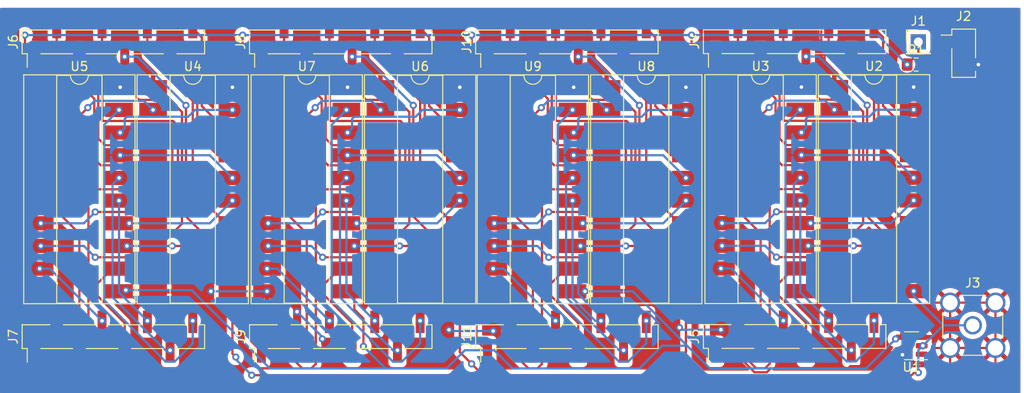
<source format=kicad_pcb>
(kicad_pcb (version 20211014) (generator pcbnew)
  (layers (0 "F.Cu" signal) (31 "B.Cu" signal) (34 "B.Paste" user) (35 "F.Paste" user) (36 "B.SilkS" user "B.Silkscreen") (37 "F.SilkS" user "F.Silkscreen") (38 "B.Mask" user) (39 "F.Mask" user) (44 "Edge.Cuts" user))
  (net 0 "")
  (net 1 "GND")
  (net 2 "+5V")
  (net 3 "/CLK")
  (net 4 "Net-(J4-Pad1)")
  (net 5 "Net-(J4-Pad2)")
  (net 6 "Net-(J4-Pad3)")
  (net 7 "Net-(J4-Pad4)")
  (net 8 "Net-(J4-Pad5)")
  (net 9 "Net-(J4-Pad6)")
  (net 10 "Net-(J4-Pad7)")
  (net 11 "Net-(J4-Pad8)")
  (net 12 "Net-(J6-Pad2)")
  (net 13 "Net-(J5-Pad1)")
  (net 14 "Net-(J5-Pad2)")
  (net 15 "Net-(J5-Pad3)")
  (net 16 "Net-(J5-Pad4)")
  (net 17 "Net-(J5-Pad5)")
  (net 18 "Net-(J5-Pad6)")
  (net 19 "Net-(J5-Pad7)")
  (net 20 "Net-(J5-Pad8)")
  (net 21 "Net-(J6-Pad1)")
  (net 22 "Net-(J7-Pad1)")
  (net 23 "Net-(J7-Pad2)")
  (net 24 "Net-(J7-Pad3)")
  (net 25 "Net-(J7-Pad4)")
  (net 26 "Net-(J7-Pad5)")
  (net 27 "Net-(J7-Pad6)")
  (net 28 "Net-(J7-Pad7)")
  (net 29 "Net-(J7-Pad8)")
  (net 30 "Net-(J8-Pad1)")
  (net 31 "Net-(J8-Pad2)")
  (net 32 "Net-(J8-Pad3)")
  (net 33 "Net-(J8-Pad4)")
  (net 34 "Net-(J8-Pad5)")
  (net 35 "Net-(J8-Pad6)")
  (net 36 "Net-(J8-Pad7)")
  (net 37 "Net-(J8-Pad8)")
  (net 38 "Net-(J9-Pad1)")
  (net 39 "Net-(J10-Pad1)")
  (net 40 "Net-(J10-Pad2)")
  (net 41 "Net-(J10-Pad3)")
  (net 42 "Net-(J10-Pad4)")
  (net 43 "Net-(J10-Pad5)")
  (net 44 "Net-(J10-Pad6)")
  (net 45 "Net-(J10-Pad7)")
  (net 46 "Net-(J10-Pad8)")
  (net 47 "Net-(J6-Pad3)")
  (net 48 "Net-(J6-Pad4)")
  (net 49 "Net-(J6-Pad5)")
  (net 50 "Net-(J6-Pad6)")
  (net 51 "Net-(J6-Pad7)")
  (net 52 "Net-(J6-Pad8)")
  (net 53 "Net-(J9-Pad2)")
  (net 54 "Net-(J9-Pad3)")
  (net 55 "Net-(J9-Pad4)")
  (net 56 "Net-(J9-Pad5)")
  (net 57 "Net-(J9-Pad6)")
  (net 58 "Net-(J9-Pad7)")
  (net 59 "Net-(J9-Pad8)")
  (net 60 "/~{E}")
  (net 61 "Net-(J11-Pad1)")
  (net 62 "Net-(J11-Pad2)")
  (net 63 "Net-(J11-Pad3)")
  (net 64 "Net-(J11-Pad4)")
  (net 65 "Net-(J11-Pad5)")
  (net 66 "Net-(J11-Pad6)")
  (net 67 "Net-(J11-Pad7)")
  (net 68 "Net-(J11-Pad8)")
  (net 70 "/~{CLK}")
  (net 71 "Net-(U2-Pad2)")
  (net 72 "Net-(U2-Pad5)")
  (net 73 "Net-(U2-Pad6)")
  (net 74 "Net-(U2-Pad9)")
  (net 75 "Net-(U2-Pad12)")
  (net 76 "Net-(U2-Pad15)")
  (net 77 "Net-(U2-Pad16)")
  (net 78 "Net-(U2-Pad19)")
  (net 79 "Net-(U4-Pad2)")
  (net 80 "Net-(U4-Pad5)")
  (net 81 "Net-(U4-Pad6)")
  (net 82 "Net-(U4-Pad9)")
  (net 83 "Net-(U4-Pad12)")
  (net 84 "Net-(U4-Pad15)")
  (net 85 "Net-(U4-Pad16)")
  (net 86 "Net-(U4-Pad19)")
  (net 87 "Net-(U6-Pad2)")
  (net 88 "Net-(U6-Pad5)")
  (net 89 "Net-(U6-Pad6)")
  (net 90 "Net-(U6-Pad9)")
  (net 91 "Net-(U6-Pad12)")
  (net 92 "Net-(U6-Pad15)")
  (net 93 "Net-(U6-Pad16)")
  (net 94 "Net-(U6-Pad19)")
  (net 95 "Net-(U8-Pad2)")
  (net 96 "Net-(U8-Pad5)")
  (net 97 "Net-(U8-Pad6)")
  (net 98 "Net-(U8-Pad9)")
  (net 99 "Net-(U8-Pad12)")
  (net 100 "Net-(U8-Pad15)")
  (net 101 "Net-(U8-Pad16)")
  (net 102 "Net-(U8-Pad19)")
  (footprint "Package_DIP:DIP-20_W8.89mm_SMDSocket_LongPads" (layer "F.Cu") (at 74.93 58.42)
    (fp_text reference "U9")
    (fp_text value "74LS377")
  )
  (footprint "Connector_PinHeader_2.54mm:PinHeader_1x08_P2.54mm_Vertical_SMD_Pin1Left" (layer "F.Cu") (at 78.74 74.93 90)
    (fp_text reference "J11")
    (fp_text value "Conn_01x08")
  )
  (footprint "Package_DIP:DIP-20_W8.89mm_SMDSocket_LongPads" (layer "F.Cu") (at 62.3005 58.42)
    (fp_text reference "U6")
    (fp_text value "74LS377")
  )
  (footprint "Package_DIP:DIP-20_W8.89mm_SMDSocket_LongPads" (layer "F.Cu") (at 100.442 58.401)
    (fp_text reference "U3")
    (fp_text value "74LS377")
  )
  (footprint "Package_DIP:DIP-20_W8.89mm_SMDSocket_LongPads" (layer "F.Cu") (at 87.63 58.42)
    (fp_text reference "U8")
    (fp_text value "74LS377")
  )
  (footprint "Connector_PinHeader_2.54mm:PinHeader_1x08_P2.54mm_Vertical_SMD_Pin1Left" (layer "F.Cu") (at 27.94 74.93 90)
    (fp_text reference "J7")
    (fp_text value "Conn_01x08")
  )
  (footprint "Connector_PinHeader_2.54mm:PinHeader_1x08_P2.54mm_Vertical_SMD_Pin1Left" (layer "F.Cu") (at 104.252 74.911 90)
    (fp_text reference "J5")
    (fp_text value "Conn_01x08")
  )
  (footprint "Package_DIP:DIP-20_W8.89mm_SMDSocket_LongPads" (layer "F.Cu") (at 36.83 58.42)
    (fp_text reference "U4")
    (fp_text value "74LS377")
  )
  (footprint "Resistor_SMD:R_0805_2012Metric_Pad1.20x1.40mm_HandSolder" (layer "F.Cu") (at 117.856 44.45)
    (fp_text reference "R1")
    (fp_text value "R")
  )
  (footprint "Connector_PinHeader_2.54mm:PinHeader_1x08_P2.54mm_Vertical_SMD_Pin1Left" (layer "F.Cu") (at 78.74 41.91 90)
    (fp_text reference "J10")
    (fp_text value "Conn_01x08")
  )
  (footprint "Connector_PinHeader_2.54mm:PinHeader_1x01_P2.54mm_Vertical" (layer "F.Cu") (at 118.11 41.91)
    (fp_text reference "J1")
    (fp_text value "Conn_01x01_Female")
  )
  (footprint "Connector_PinSocket_2.54mm:PinSocket_1x02_P2.54mm_Vertical_SMD_Pin1Left" (layer "F.Cu") (at 123.19 43.18)
    (fp_text reference "J2")
    (fp_text value "Conn_01x02_Male")
  )
  (footprint "Package_DIP:DIP-20_W8.89mm_SMDSocket_LongPads" (layer "F.Cu") (at 24.13 58.42)
    (fp_text reference "U5")
    (fp_text value "74LS377")
  )
  (footprint "Package_DIP:DIP-20_W8.89mm_SMDSocket_LongPads" (layer "F.Cu") (at 113.142 58.401)
    (fp_text reference "U2")
    (fp_text value "74LS377")
  )
  (footprint "Package_DIP:DIP-20_W8.89mm_SMDSocket_LongPads" (layer "F.Cu") (at 49.6005 58.42)
    (fp_text reference "U7")
    (fp_text value "74LS377")
  )
  (footprint "Package_TO_SOT_SMD:SOT-23-5" (layer "F.Cu") (at 117.348 75.946 180)
    (fp_text reference "U1")
    (fp_text value "SN74LVC1G14DBV")
  )
  (footprint "Connector_PinHeader_2.54mm:PinHeader_1x08_P2.54mm_Vertical_SMD_Pin1Left" (layer "F.Cu") (at 53.4105 41.91 90)
    (fp_text reference "J8")
    (fp_text value "Conn_01x08")
  )
  (footprint "Connector_PinHeader_2.54mm:PinHeader_1x08_P2.54mm_Vertical_SMD_Pin1Left" (layer "F.Cu") (at 53.4105 74.93 90)
    (fp_text reference "J9")
    (fp_text value "Conn_01x08")
  )
  (footprint "Connector_Coaxial:SMA_Amphenol_901-144_Vertical" (layer "F.Cu") (at 124.206 73.66)
    (fp_text reference "J3")
    (fp_text value "Conn_Coaxial")
  )
  (footprint "Connector_PinHeader_2.54mm:PinHeader_1x08_P2.54mm_Vertical_SMD_Pin1Left" (layer "F.Cu") (at 27.94 41.91 90)
    (fp_text reference "J6")
    (fp_text value "Conn_01x08")
  )
  (footprint "Connector_PinHeader_2.54mm:PinHeader_1x08_P2.54mm_Vertical_SMD_Pin1Left" (layer "F.Cu") (at 104.252 41.891 90)
    (fp_text reference "J4")
    (fp_text value "Conn_01x08")
  )
  (segment (start 122.048 40.64) (end 122.048 41.258) (width 0.25) (layer "F.Cu") (net 1))
  (segment (start 122.048 40.64) (end 122.048 40.514) (width 0.25) (layer "F.Cu") (net 1))
  (segment (start 113.142 76.181) (end 113.142 78.09) (width 0.25) (layer "F.Cu") (net 1))
  (segment (start 59.7605 73.66) (end 59.7605 70.866) (width 0.25) (layer "F.Cu") (net 1))
  (segment (start 107.612 43.434) (end 107.612 45.886) (width 0.25) (layer "F.Cu") (net 1))
  (segment (start 79.248 38.608) (end 81.534 40.894) (width 0.25) (layer "F.Cu") (net 1))
  (segment (start 121.412 44.196) (end 121.54 44.068) (width 0.25) (layer "F.Cu") (net 1))
  (segment (start 85.09 70.866) (end 84.074 69.85) (width 0.25) (layer "F.Cu") (net 1))
  (segment (start 115.824 63.5) (end 114.3 61.976) (width 0.25) (layer "F.Cu") (net 1))
  (segment (start 109.586 69.831) (end 110.602 70.847) (width 0.25) (layer "F.Cu") (net 1))
  (segment (start 45.7905 78.4155) (end 45.7905 74.93) (width 0.25) (layer "F.Cu") (net 1))
  (segment (start 20.447 78.867) (end 17.399 78.867) (width 0.25) (layer "F.Cu") (net 1))
  (segment (start 120.142 55.626) (end 121.158 54.61) (width 0.25) (layer "F.Cu") (net 1))
  (segment (start 119.822 74.996) (end 119.822 73.34) (width 0.25) (layer "F.Cu") (net 1))
  (segment (start 119.822 73.34) (end 119.38 72.898) (width 0.25) (layer "F.Cu") (net 1))
  (segment (start 32.385 69.85) (end 38.862 69.85) (width 0.25) (layer "F.Cu") (net 1))
  (segment (start 113.142 78.09) (end 113.284 78.232) (width 0.25) (layer "F.Cu") (net 1))
  (segment (start 81.534 40.894) (end 81.534 43.688) (width 0.25) (layer "F.Cu") (net 1))
  (segment (start 119.888 53.34) (end 115.321396 53.34) (width 0.25) (layer "F.Cu") (net 1))
  (segment (start 20.574 78.994) (end 20.447 78.867) (width 0.25) (layer "F.Cu") (net 1))
  (segment (start 118.4855 74.996) (end 119.822 74.996) (width 0.25) (layer "F.Cu") (net 1))
  (segment (start 115.321396 53.34) (end 115.191698 53.210302) (width 0.25) (layer "F.Cu") (net 1))
  (segment (start 120.396 65.786) (end 120.142 66.04) (width 0.25) (layer "F.Cu") (net 1))
  (segment (start 54.102 78.486) (end 61.468 78.486) (width 0.25) (layer "F.Cu") (net 1))
  (segment (start 91.3505 73.914) (end 89.4455 75.819) (width 0.25) (layer "F.Cu") (net 1))
  (segment (start 121.158 63.246) (end 120.904 63.5) (width 0.25) (layer "F.Cu") (net 1))
  (segment (start 30.734 41.148) (end 30.734 45.339) (width 0.25) (layer "F.Cu") (net 1))
  (segment (start 119.38 71.12) (end 119.634 70.866) (width 0.25) (layer "F.Cu") (net 1))
  (segment (start 119.38 72.898) (end 119.38 71.12) (width 0.25) (layer "F.Cu") (net 1))
  (segment (start 114.86 65.024) (end 114.554 65.024) (width 0.25) (layer "F.Cu") (net 1))
  (segment (start 81.534 43.688) (end 83.185 45.339) (width 0.25) (layer "F.Cu") (net 1))
  (segment (start 51.341 75.184) (end 51.341 75.725) (width 0.25) (layer "F.Cu") (net 1))
  (segment (start 121.666 71.12) (end 121.666 76.2) (width 0.25) (layer "F.Cu") (net 1))
  (segment (start 122.048 40.514) (end 120.142 38.608) (width 0.25) (layer "F.Cu") (net 1))
  (segment (start 19.685 74.295) (end 20.32 74.93) (width 0.25) (layer "F.Cu") (net 1))
  (segment (start 121.158 63.246) (end 121.158 65.024) (width 0.25) (layer "F.Cu") (net 1))
  (segment (start 61.214 69.85) (end 57.8555 69.85) (width 0.25) (layer "F.Cu") (net 1))
  (segment (start 56.134 43.434) (end 57.8555 45.1555) (width 0.25) (layer "F.Cu") (net 1))
  (segment (start 107.612 45.886) (end 108.697 46.971) (width 0.25) (layer "F.Cu") (net 1))
  (segment (start 20.32 78.486) (end 20.32 78.994) (width 0.25) (layer "F.Cu") (net 1))
  (segment (start 118.618 66.04) (end 115.876 66.04) (width 0.25) (layer "F.Cu") (net 1))
  (segment (start 85.09 73.66) (end 85.09 70.866) (width 0.25) (layer "F.Cu") (net 1))
  (segment (start 58.3155 38.675) (end 58.3825 38.608) (width 0.25) (layer "F.Cu") (net 1))
  (segment (start 99.751604 78.917) (end 98.558604 77.724) (width 0.25) (layer "F.Cu") (net 1))
  (segment (start 121.412 53.086) (end 121.412 44.196) (width 0.25) (layer "F.Cu") (net 1))
  (segment (start 30.734 45.339) (end 32.385 46.99) (width 0.25) (layer "F.Cu") (net 1))
  (segment (start 110.602 73.641) (end 113.142 76.181) (width 0.25) (layer "F.Cu") (net 1))
  (segment (start 120.142 66.04) (end 118.618 66.04) (width 0.25) (layer "F.Cu") (net 1))
  (segment (start 61.976 77.978) (end 61.976 75.8755) (width 0.25) (layer "F.Cu") (net 1))
  (segment (start 65.532 74.168) (end 61.214 69.85) (width 0.25) (layer "F.Cu") (net 1))
  (segment (start 115.876 66.04) (end 114.86 65.024) (width 0.25) (layer "F.Cu") (net 1))
  (segment (start 19.685 69.85) (end 19.685 74.295) (width 0.25) (layer "F.Cu") (net 1))
  (segment (start 84.074 69.85) (end 83.185 69.85) (width 0.25) (layer "F.Cu") (net 1))
  (segment (start 79.248 38.608) (end 105.156 38.608) (width 0.25) (layer "F.Cu") (net 1))
  (segment (start 126.492 78.994) (end 126.746 78.74) (width 0.25) (layer "F.Cu") (net 1))
  (segment (start 17.272 78.74) (end 17.272 40.386) (width 0.25) (layer "F.Cu") (net 1))
  (segment (start 115.191698 53.210302) (end 115.062 53.080604) (width 0.25) (layer "F.Cu") (net 1))
  (segment (start 105.156 38.608) (end 105.41 38.608) (width 0.25) (layer "F.Cu") (net 1))
  (segment (start 20.32 74.93) (end 20.32 78.486) (width 0.25) (layer "F.Cu") (net 1))
  (segment (start 121.158 65.024) (end 120.396 65.786) (width 0.25) (layer "F.Cu") (net 1))
  (segment (start 126.746 78.74) (end 126.746 76.2) (width 0.25) (layer "F.Cu") (net 1))
  (segment (start 71.12 74.93) (end 71.12 77.978) (width 0.25) (layer "F.Cu") (net 1))
  (segment (start 119.888 55.626) (end 119.634 55.88) (width 0.25) (layer "F.Cu") (net 1))
  (segment (start 121.412 53.086) (end 120.142 53.086) (width 0.25) (layer "F.Cu") (net 1))
  (segment (start 108.697 69.831) (end 109.586 69.831) (width 0.25) (layer "F.Cu") (net 1))
  (segment (start 120.904 78.994) (end 126.492 78.994) (width 0.25) (layer "F.Cu") (net 1))
  (segment (start 110.236 78.486) (end 101.567396 78.486) (width 0.25) (layer "F.Cu") (net 1))
  (segment (start 110.49 78.232) (end 110.236 78.486) (width 0.25) (layer "F.Cu") (net 1))
  (segment (start 120.142 55.626) (end 119.888 55.626) (width 0.25) (layer "F.Cu") (net 1))
  (segment (start 31.624396 78.994) (end 31.496 78.994) (width 0.25) (layer "F.Cu") (net 1))
  (segment (start 45.1555 74.295) (end 45.1555 69.85) (width 0.25) (layer "F.Cu") (net 1))
  (segment (start 101.136396 78.917) (end 99.751604 78.917) (width 0.25) (layer "F.Cu") (net 1))
  (segment (start 31.496 78.994) (end 20.574 78.994) (width 0.25) (layer "F.Cu") (net 1))
  (segment (start 96.774 77.724) (end 96.774 75.053) (width 0.25) (layer "F.Cu") (net 1))
  (segment (start 121.158 54.61) (end 121.412 54.356) (width 0.25) (layer "F.Cu") (net 1))
  (segment (start 45.1555 69.85) (end 46.228 69.85) (width 0.25) (layer "F.Cu") (net 1))
  (segment (start 121.158 54.61) (end 121.158 63.246) (width 0.25) (layer "F.Cu") (net 1))
  (segment (start 58.7445 69.85) (end 57.8555 69.85) (width 0.25) (layer "F.Cu") (net 1))
  (segment (start 120.142 78.232) (end 113.284 78.232) (width 0.25) (layer "F.Cu") (net 1))
  (segment (start 20.447 78.867) (end 20.32 78.74) (width 0.25) (layer "F.Cu") (net 1))
  (segment (start 121.666 76.2) (end 121.666 78.232) (width 0.25) (layer "F.Cu") (net 1))
  (segment (start 95.997 74.153) (end 95.997 69.831) (width 0.25) (layer "F.Cu") (net 1))
  (segment (start 120.142 38.608) (end 105.156 38.608) (width 0.25) (layer "F.Cu") (net 1))
  (segment (start 120.904 78.994) (end 120.142 78.232) (width 0.25) (layer "F.Cu") (net 1))
  (segment (start 118.618 55.88) (end 114.3 55.88) (width 0.25) (layer "F.Cu") (net 1))
  (segment (start 95.997 74.276) (end 95.997 74.153) (width 0.25) (layer "F.Cu") (net 1))
  (segment (start 119.634 70.866) (end 119.888 71.12) (width 0.25) (layer "F.Cu") (net 1))
  (segment (start 121.54 44.068) (end 121.54 41.91) (width 0.25) (layer "F.Cu") (net 1))
  (segment (start 59.7605 70.866) (end 58.7445 69.85) (width 0.25) (layer "F.Cu") (net 1))
  (segment (start 120.142 53.086) (end 119.888 53.34) (width 0.25) (layer "F.Cu") (net 1))
  (segment (start 113.284 78.232) (end 110.49 78.232) (width 0.25) (layer "F.Cu") (net 1))
  (segment (start 89.4455 75.819) (end 87.249 75.819) (width 0.25) (layer "F.Cu") (net 1))
  (segment (start 119.634 55.88) (end 118.618 55.88) (width 0.25) (layer "F.Cu") (net 1))
  (segment (start 126.746 76.2) (end 126.746 71.12) (width 0.25) (layer "F.Cu") (net 1))
  (segment (start 17.272 40.386) (end 18.983 38.675) (width 0.25) (layer "F.Cu") (net 1))
  (segment (start 28.261 38.675) (end 53.915 38.675) (width 0.25) (layer "F.Cu") (net 1))
  (segment (start 61.468 78.486) (end 61.976 77.978) (width 0.25) (layer "F.Cu") (net 1))
  (segment (start 101.567396 78.486) (end 101.136396 78.917) (width 0.25) (layer "F.Cu") (net 1))
  (segment (start 17.399 78.867) (end 17.272 78.74) (width 0.25) (layer "F.Cu") (net 1))
  (segment (start 118.618 63.5) (end 115.824 63.5) (width 0.25) (layer "F.Cu") (net 1))
  (segment (start 121.666 76.2) (end 126.746 76.2) (width 0.25) (layer "F.Cu") (net 1))
  (segment (start 119.888 74.93) (end 119.888 76.2) (width 0.25) (layer "F.Cu") (net 1))
  (segment (start 121.412 54.356) (end 121.412 53.086) (width 0.25) (layer "F.Cu") (net 1))
  (segment (start 115.062 53.080604) (end 115.062 52.07) (width 0.25) (layer "F.Cu") (net 1))
  (segment (start 18.983 38.675) (end 28.261 38.675) (width 0.25) (layer "F.Cu") (net 1))
  (segment (start 122.048 41.258) (end 118.856 44.45) (width 0.25) (layer "F.Cu") (net 1))
  (segment (start 53.915 38.675) (end 56.134 40.894) (width 0.25) (layer "F.Cu") (net 1))
  (segment (start 51.341 75.725) (end 54.102 78.486) (width 0.25) (layer "F.Cu") (net 1))
  (segment (start 107.237 40.435) (end 107.237 43.059) (width 0.25) (layer "F.Cu") (net 1))
  (segment (start 110.602 70.847) (end 110.602 73.641) (width 0.25) (layer "F.Cu") (net 1))
  (segment (start 33.274 77.344396) (end 31.624396 78.994) (width 0.25) (layer "F.Cu") (net 1))
  (segment (start 87.249 75.819) (end 85.09 73.66) (width 0.25) (layer "F.Cu") (net 1))
  (segment (start 70.485 69.85) (end 70.485 74.295) (width 0.25) (layer "F.Cu") (net 1))
  (segment (start 46.228 69.85) (end 48.514 72.136) (width 0.25) (layer "F.Cu") (net 1))
  (segment (start 58.3825 38.608) (end 79.248 38.608) (width 0.25) (layer "F.Cu") (net 1))
  (segment (start 61.976 75.8755) (end 59.7605 73.66) (width 0.25) (layer "F.Cu") (net 1))
  (segment (start 20.32 78.74) (end 20.32 78.486) (width 0.25) (layer "F.Cu") (net 1))
  (segment (start 98.558604 77.724) (end 96.774 77.724) (width 0.25) (layer "F.Cu") (net 1))
  (segment (start 119.888 71.12) (end 121.666 71.12) (width 0.25) (layer "F.Cu") (net 1))
  (segment (start 121.666 78.232) (end 120.904 78.994) (width 0.25) (layer "F.Cu") (net 1))
  (segment (start 45.7905 74.93) (end 45.1555 74.295) (width 0.25) (layer "F.Cu") (net 1))
  (segment (start 96.774 75.053) (end 95.997 74.276) (width 0.25) (layer "F.Cu") (net 1))
  (segment (start 70.485 74.295) (end 71.12 74.93) (width 0.25) (layer "F.Cu") (net 1))
  (segment (start 31.496 78.994) (end 32.004 78.486) (width 0.25) (layer "F.Cu") (net 1))
  (segment (start 126.746 71.12) (end 121.666 71.12) (width 0.25) (layer "F.Cu") (net 1))
  (segment (start 57.8555 45.1555) (end 57.8555 46.99) (width 0.25) (layer "F.Cu") (net 1))
  (segment (start 105.41 38.608) (end 107.237 40.435) (width 0.25) (layer "F.Cu") (net 1))
  (segment (start 53.915 38.675) (end 58.3155 38.675) (width 0.25) (layer "F.Cu") (net 1))
  (segment (start 120.904 63.5) (end 118.618 63.5) (width 0.25) (layer "F.Cu") (net 1))
  (segment (start 119.888 76.2) (end 121.666 76.2) (width 0.25) (layer "F.Cu") (net 1))
  (segment (start 33.274 69.85) (end 33.274 77.344396) (width 0.25) (layer "F.Cu") (net 1))
  (segment (start 107.237 43.059) (end 107.612 43.434) (width 0.25) (layer "F.Cu") (net 1))
  (segment (start 119.822 74.996) (end 119.888 74.93) (width 0.25) (layer "F.Cu") (net 1))
  (segment (start 32.385 69.85) (end 33.274 69.85) (width 0.25) (layer "F.Cu") (net 1))
  (segment (start 83.185 45.339) (end 83.185 46.99) (width 0.25) (layer "F.Cu") (net 1))
  (segment (start 56.134 40.894) (end 56.134 43.434) (width 0.25) (layer "F.Cu") (net 1))
  (segment (start 28.261 38.675) (end 30.734 41.148) (width 0.25) (layer "F.Cu") (net 1))
  (via (at 48.514 72.136) (size 0.8) (drill 0.4) (layers "F.Cu" "B.Cu") (net 1))
  (via (at 95.997 74.153) (size 0.8) (drill 0.4) (layers "F.Cu" "B.Cu") (net 1))
  (via (at 45.1555 69.85) (size 0.8) (drill 0.4) (layers "F.Cu" "B.Cu") (net 1))
  (via (at 91.3505 73.914) (size 0.8) (drill 0.4) (layers "F.Cu" "B.Cu") (net 1))
  (via (at 51.341 75.184) (size 0.8) (drill 0.4) (layers "F.Cu" "B.Cu") (net 1))
  (via (at 65.532 74.168) (size 0.8) (drill 0.4) (layers "F.Cu" "B.Cu") (net 1))
  (via (at 70.485 74.295) (size 0.8) (drill 0.4) (layers "F.Cu" "B.Cu") (net 1))
  (via (at 38.862 69.85) (size 0.8) (drill 0.4) (layers "F.Cu" "B.Cu") (net 1))
  (segment (start 95.997 74.153) (end 91.5895 74.153) (width 0.25) (layer "B.Cu") (net 1))
  (segment (start 51.341 74.963) (end 51.341 75.184) (width 0.25) (layer "B.Cu") (net 1))
  (segment (start 38.862 69.85) (end 45.1555 69.85) (width 0.25) (layer "B.Cu") (net 1))
  (segment (start 70.485 74.295) (end 65.659 74.295) (width 0.25) (layer "B.Cu") (net 1))
  (segment (start 48.514 72.136) (end 51.341 74.963) (width 0.25) (layer "B.Cu") (net 1))
  (segment (start 91.5895 74.153) (end 91.3505 73.914) (width 0.25) (layer "B.Cu") (net 1))
  (segment (start 65.659 74.295) (end 65.532 74.168) (width 0.25) (layer "B.Cu") (net 1))
  (segment (start 116.2105 76.896) (end 116.266 76.896) (width 0.25) (layer "F.Cu") (net 2))
  (segment (start 28.575 46.99) (end 28.702 46.99) (width 0.25) (layer "F.Cu") (net 2))
  (segment (start 54.0455 46.99) (end 54.1725 46.99) (width 0.25) (layer "F.Cu") (net 2))
  (segment (start 79.375 46.99) (end 79.502 46.99) (width 0.25) (layer "F.Cu") (net 2))
  (segment (start 104.887 46.971) (end 105.014 46.971) (width 0.25) (layer "F.Cu") (net 2))
  (segment (start 116.266 76.896) (end 116.332 76.962) (width 0.25) (layer "F.Cu") (net 2))
  (via (at 124.84 44.45) (size 0.8) (drill 0.4) (layers "F.Cu" "B.Cu") (net 2))
  (via (at 41.275 46.99) (size 0.8) (drill 0.4) (layers "F.Cu" "B.Cu") (net 2))
  (via (at 66.7455 46.99) (size 0.8) (drill 0.4) (layers "F.Cu" "B.Cu") (net 2))
  (via (at 117.587 46.971) (size 0.8) (drill 0.4) (layers "F.Cu" "B.Cu") (net 2))
  (via (at 92.075 46.99) (size 0.8) (drill 0.4) (layers "F.Cu" "B.Cu") (net 2))
  (via (at 116.332 76.962) (size 0.8) (drill 0.4) (layers "F.Cu" "B.Cu") (net 2))
  (via (at 28.702 46.99) (size 0.8) (drill 0.4) (layers "F.Cu" "B.Cu") (net 2))
  (via (at 54.1725 46.99) (size 0.8) (drill 0.4) (layers "F.Cu" "B.Cu") (net 2))
  (via (at 105.014 46.971) (size 0.8) (drill 0.4) (layers "F.Cu" "B.Cu") (net 2))
  (via (at 79.502 46.99) (size 0.8) (drill 0.4) (layers "F.Cu" "B.Cu") (net 2))
  (segment (start 84.836 72.136) (end 87.755604 72.136) (width 0.25) (layer "B.Cu") (net 2))
  (segment (start 124.206 44.45) (end 121.685 46.971) (width 0.25) (layer "B.Cu") (net 2))
  (segment (start 89.089802 73.470198) (end 89.089802 74.357802) (width 0.25) (layer "B.Cu") (net 2))
  (segment (start 85.09 68.326) (end 80.01 68.326) (width 0.25) (layer "B.Cu") (net 2))
  (segment (start 124.84 44.45) (end 124.206 44.45) (width 0.25) (layer "B.Cu") (net 2))
  (segment (start 87.884 65.532) (end 85.09 68.326) (width 0.25) (layer "B.Cu") (net 2))
  (segment (start 121.412 59.436) (end 121.412 47.206) (width 0.25) (layer "B.Cu") (net 2))
  (segment (start 104.995 46.99) (end 105.014 46.971) (width 0.25) (layer "B.Cu") (net 2))
  (segment (start 41.275 46.99) (end 54.1725 46.99) (width 0.25) (layer "B.Cu") (net 2))
  (segment (start 93.726 59.69) (end 87.884 65.532) (width 0.25) (layer "B.Cu") (net 2))
  (segment (start 121.647 46.971) (end 119.653 46.971) (width 0.25) (layer "B.Cu") (net 2))
  (segment (start 116.332 76.962) (end 116.332 64.516) (width 0.25) (layer "B.Cu") (net 2))
  (segment (start 112.761 42.145) (end 117.587 46.971) (width 0.25) (layer "B.Cu") (net 2))
  (segment (start 61.9195 42.164) (end 66.7455 46.99) (width 0.25) (layer "B.Cu") (net 2))
  (segment (start 36.449 42.164) (end 41.275 46.99) (width 0.25) (layer "B.Cu") (net 2))
  (segment (start 87.249 42.164) (end 92.075 46.99) (width 0.25) (layer "B.Cu") (net 2))
  (segment (start 80.01 70.113305) (end 82.032695 72.136) (width 0.25) (layer "B.Cu") (net 2))
  (segment (start 105.014 46.971) (end 103.236 45.193) (width 0.25) (layer "B.Cu") (net 2))
  (segment (start 54.1725 46.99) (end 52.3945 45.212) (width 0.25) (layer "B.Cu") (net 2))
  (segment (start 28.702 46.99) (end 26.924 45.212) (width 0.25) (layer "B.Cu") (net 2))
  (segment (start 79.502 46.99) (end 77.724 45.212) (width 0.25) (layer "B.Cu") (net 2))
  (segment (start 93.726 46.99) (end 93.726 59.69) (width 0.25) (layer "B.Cu") (net 2))
  (segment (start 119.653 46.971) (end 117.587 46.971) (width 0.25) (layer "B.Cu") (net 2))
  (segment (start 121.412 47.206) (end 121.647 46.971) (width 0.25) (layer "B.Cu") (net 2))
  (segment (start 121.685 46.971) (end 121.647 46.971) (width 0.25) (layer "B.Cu") (net 2))
  (segment (start 116.332 64.516) (end 121.412 59.436) (width 0.25) (layer "B.Cu") (net 2))
  (segment (start 87.755604 72.136) (end 89.089802 73.470198) (width 0.25) (layer "B.Cu") (net 2))
  (segment (start 75.946 46.99) (end 66.7455 46.99) (width 0.25) (layer "B.Cu") (net 2))
  (segment (start 103.236 43.669) (end 104.76 42.145) (width 0.25) (layer "B.Cu") (net 2))
  (segment (start 26.924 43.688) (end 28.448 42.164) (width 0.25) (layer "B.Cu") (net 2))
  (segment (start 52.3945 43.688) (end 53.9185 42.164) (width 0.25) (layer "B.Cu") (net 2))
  (segment (start 77.724 43.688) (end 79.248 42.164) (width 0.25) (layer "B.Cu") (net 2))
  (segment (start 82.032695 72.136) (end 84.836 72.136) (width 0.25) (layer "B.Cu") (net 2))
  (segment (start 104.76 42.145) (end 112.761 42.145) (width 0.25) (layer "B.Cu") (net 2))
  (segment (start 53.9185 42.164) (end 61.9195 42.164) (width 0.25) (layer "B.Cu") (net 2))
  (segment (start 79.248 42.164) (end 87.249 42.164) (width 0.25) (layer "B.Cu") (net 2))
  (segment (start 28.448 42.164) (end 36.449 42.164) (width 0.25) (layer "B.Cu") (net 2))
  (segment (start 80.01 68.326) (end 80.01 70.113305) (width 0.25) (layer "B.Cu") (net 2))
  (segment (start 77.724 45.212) (end 75.946 46.99) (width 0.25) (layer "B.Cu") (net 2))
  (segment (start 89.089802 74.357802) (end 89.408 74.676) (width 0.25) (layer "B.Cu") (net 2))
  (segment (start 93.726 46.99) (end 104.995 46.99) (width 0.25) (layer "B.Cu") (net 2))
  (segment (start 92.075 46.99) (end 93.726 46.99) (width 0.25) (layer "B.Cu") (net 2))
  (segment (start 26.924 45.212) (end 26.924 43.688) (width 0.25) (layer "B.Cu") (net 2))
  (segment (start 52.3945 45.212) (end 52.3945 43.688) (width 0.25) (layer "B.Cu") (net 2))
  (segment (start 103.236 45.193) (end 103.236 43.669) (width 0.25) (layer "B.Cu") (net 2))
  (segment (start 77.724 45.212) (end 77.724 43.688) (width 0.25) (layer "B.Cu") (net 2))
  (segment (start 117.229 79.367) (end 93.845 79.367) (width 0.25) (layer "F.Cu") (net 3))
  (segment (start 93.845 79.367) (end 93.726 79.248) (width 0.25) (layer "F.Cu") (net 3))
  (segment (start 118.4855 75.946) (end 118.618 75.946) (width 0.25) (layer "F.Cu") (net 3))
  (segment (start 41.656 77.216) (end 41.275 76.835) (width 0.25) (layer "F.Cu") (net 3))
  (segment (start 92.075 77.597) (end 92.075 69.85) (width 0.25) (layer "F.Cu") (net 3))
  (segment (start 41.275 76.835) (end 41.275 69.85) (width 0.25) (layer "F.Cu") (net 3))
  (segment (start 118.11 78.9565) (end 117.6395 78.9565) (width 0.25) (layer "F.Cu") (net 3))
  (segment (start 117.587 69.958) (end 117.714 70.085) (width 0.25) (layer "F.Cu") (net 3))
  (segment (start 66.7455 69.977) (end 66.8725 70.104) (width 0.25) (layer "F.Cu") (net 3))
  (segment (start 41.275 69.977) (end 41.402 70.104) (width 0.25) (layer "F.Cu") (net 3))
  (segment (start 92.075 69.977) (end 92.202 70.104) (width 0.25) (layer "F.Cu") (net 3))
  (segment (start 66.7455 76.6515) (end 68.072 77.978) (width 0.25) (layer "F.Cu") (net 3))
  (segment (start 69.342 79.248) (end 43.434 79.248) (width 0.25) (layer "F.Cu") (net 3))
  (segment (start 93.845 79.367) (end 92.075 77.597) (width 0.25) (layer "F.Cu") (net 3))
  (segment (start 117.587 69.831) (end 117.587 69.958) (width 0.25) (layer "F.Cu") (net 3))
  (segment (start 66.7455 69.85) (end 66.7455 69.977) (width 0.25) (layer "F.Cu") (net 3))
  (segment (start 92.075 69.85) (end 92.075 69.977) (width 0.25) (layer "F.Cu") (net 3))
  (segment (start 41.275 69.85) (end 41.275 69.977) (width 0.25) (layer "F.Cu") (net 3))
  (segment (start 117.6395 78.9565) (end 117.229 79.367) (width 0.25) (layer "F.Cu") (net 3))
  (segment (start 69.342 79.248) (end 68.072 77.978) (width 0.25) (layer "F.Cu") (net 3))
  (segment (start 66.7455 69.85) (end 66.7455 76.6515) (width 0.25) (layer "F.Cu") (net 3))
  (segment (start 93.726 79.248) (end 69.342 79.248) (width 0.25) (layer "F.Cu") (net 3))
  (via (at 124.206 73.66) (size 0.8) (drill 0.4) (layers "F.Cu" "B.Cu") (net 3))
  (via (at 68.072 77.978) (size 0.8) (drill 0.4) (layers "F.Cu" "B.Cu") (net 3))
  (via (at 41.656 77.216) (size 0.8) (drill 0.4) (layers "F.Cu" "B.Cu") (net 3))
  (via (at 117.587 69.831) (size 0.8) (drill 0.4) (layers "F.Cu" "B.Cu") (net 3))
  (via (at 118.618 75.946) (size 0.8) (drill 0.4) (layers "F.Cu" "B.Cu") (net 3))
  (via (at 118.11 78.9565) (size 0.8) (drill 0.4) (layers "F.Cu" "B.Cu") (net 3))
  (via (at 43.434 79.248) (size 0.8) (drill 0.4) (layers "F.Cu" "B.Cu") (net 3))
  (segment (start 118.11 76.454) (end 118.11 78.74) (width 0.25) (layer "B.Cu") (net 3))
  (segment (start 41.656 77.47) (end 41.656 77.216) (width 0.25) (layer "B.Cu") (net 3))
  (segment (start 118.618 75.946) (end 120.904 73.66) (width 0.25) (layer "B.Cu") (net 3))
  (segment (start 118.11 78.74) (end 118.11 78.9565) (width 0.25) (layer "B.Cu") (net 3))
  (segment (start 120.904 73.66) (end 117.587 70.343) (width 0.25) (layer "B.Cu") (net 3))
  (segment (start 118.618 75.946) (end 118.11 76.454) (width 0.25) (layer "B.Cu") (net 3))
  (segment (start 117.587 70.343) (end 117.587 69.831) (width 0.25) (layer "B.Cu") (net 3))
  (segment (start 120.904 73.66) (end 124.206 73.66) (width 0.25) (layer "B.Cu") (net 3))
  (segment (start 43.434 79.248) (end 41.656 77.47) (width 0.25) (layer "B.Cu") (net 3))
  (segment (start 102.837 55.716) (end 102.112 54.991) (width 0.25) (layer "F.Cu") (net 4))
  (segment (start 97.400604 43.546) (end 95.362 43.546) (width 0.25) (layer "F.Cu") (net 4))
  (segment (start 110.856 52.559) (end 110.856 55.432) (width 0.25) (layer "F.Cu") (net 4))
  (segment (start 110.348 52.051) (end 110.856 52.559) (width 0.25) (layer "F.Cu") (net 4))
  (segment (start 102.112 48.257396) (end 97.400604 43.546) (width 0.25) (layer "F.Cu") (net 4))
  (segment (start 110.856 55.432) (end 110.572 55.716) (width 0.25) (layer "F.Cu") (net 4))
  (segment (start 110.572 55.716) (end 102.837 55.716) (width 0.25) (layer "F.Cu") (net 4))
  (segment (start 102.112 54.991) (end 102.112 48.257396) (width 0.25) (layer "F.Cu") (net 4))
  (segment (start 108.697 52.051) (end 110.348 52.051) (width 0.25) (layer "F.Cu") (net 4))
  (segment (start 103.302 53.466) (end 107.572 53.466) (width 0.25) (layer "F.Cu") (net 5))
  (segment (start 99.938 45.447) (end 100.442 45.447) (width 0.25) (layer "F.Cu") (net 5))
  (segment (start 102.562 52.726) (end 103.302 53.466) (width 0.25) (layer "F.Cu") (net 5))
  (segment (start 107.572 53.466) (end 108.697 54.591) (width 0.25) (layer "F.Cu") (net 5))
  (segment (start 97.902 43.411) (end 99.938 45.447) (width 0.25) (layer "F.Cu") (net 5))
  (segment (start 100.442 45.447) (end 102.562 47.567) (width 0.25) (layer "F.Cu") (net 5))
  (segment (start 102.562 47.567) (end 102.562 52.726) (width 0.25) (layer "F.Cu") (net 5))
  (segment (start 97.902 40.236) (end 97.902 43.411) (width 0.25) (layer "F.Cu") (net 5))
  (segment (start 110.942 50.751) (end 111.48 51.289) (width 0.25) (layer "F.Cu") (net 6))
  (segment (start 100.442 43.546) (end 103.012 46.116) (width 0.25) (layer "F.Cu") (net 6))
  (segment (start 111.48 60.178) (end 109.447 62.211) (width 0.25) (layer "F.Cu") (net 6))
  (segment (start 111.48 51.289) (end 111.48 60.178) (width 0.25) (layer "F.Cu") (net 6))
  (segment (start 109.447 62.211) (end 108.697 62.211) (width 0.25) (layer "F.Cu") (net 6))
  (segment (start 103.012 50.751) (end 110.942 50.751) (width 0.25) (layer "F.Cu") (net 6))
  (segment (start 103.012 46.116) (end 103.012 50.751) (width 0.25) (layer "F.Cu") (net 6))
  (segment (start 102.982 43.923) (end 104.905 45.846) (width 0.25) (layer "F.Cu") (net 7))
  (segment (start 102.982 40.236) (end 102.982 43.923) (width 0.25) (layer "F.Cu") (net 7))
  (segment (start 111.93 62.268) (end 109.447 64.751) (width 0.25) (layer "F.Cu") (net 7))
  (segment (start 111.93 49.744) (end 111.93 62.268) (width 0.25) (layer "F.Cu") (net 7))
  (segment (start 109.447 64.751) (end 108.697 64.751) (width 0.25) (layer "F.Cu") (net 7))
  (segment (start 104.905 45.846) (end 106.762 45.846) (width 0.25) (layer "F.Cu") (net 7))
  (segment (start 110.572 48.386) (end 111.93 49.744) (width 0.25) (layer "F.Cu") (net 7))
  (segment (start 107.112 48.386) (end 110.572 48.386) (width 0.25) (layer "F.Cu") (net 7))
  (segment (start 106.762 48.036) (end 107.112 48.386) (width 0.25) (layer "F.Cu") (net 7))
  (segment (start 106.762 45.846) (end 106.762 48.036) (width 0.25) (layer "F.Cu") (net 7))
  (segment (start 112.38 61.449) (end 112.38 49.003) (width 0.25) (layer "F.Cu") (net 8))
  (segment (start 117.587 64.751) (end 115.682 64.751) (width 0.25) (layer "F.Cu") (net 8))
  (segment (start 113.142 62.211) (end 112.38 61.449) (width 0.25) (layer "F.Cu") (net 8))
  (segment (start 115.682 64.751) (end 113.142 62.211) (width 0.25) (layer "F.Cu") (net 8))
  (via (at 105.522 43.546) (size 0.8) (drill 0.4) (layers "F.Cu" "B.Cu") (net 8))
  (via (at 112.38 49.003) (size 0.8) (drill 0.4) (layers "F.Cu" "B.Cu") (net 8))
  (segment (start 106.923 43.546) (end 105.522 43.546) (width 0.25) (layer "B.Cu") (net 8))
  (segment (start 112.38 49.003) (end 106.923 43.546) (width 0.25) (layer "B.Cu") (net 8))
  (segment (start 117.587 62.211) (end 116.837 62.211) (width 0.25) (layer "F.Cu") (net 9))
  (segment (start 116.837 62.211) (end 113.142 58.516) (width 0.25) (layer "F.Cu") (net 9))
  (segment (start 113.142 58.516) (end 113.142 48.491) (width 0.25) (layer "F.Cu") (net 9))
  (segment (start 113.142 48.491) (end 108.062 43.411) (width 0.25) (layer "F.Cu") (net 9))
  (segment (start 108.062 43.411) (end 108.062 40.236) (width 0.25) (layer "F.Cu") (net 9))
  (segment (start 113.65 46.594) (end 110.602 43.546) (width 0.25) (layer "F.Cu") (net 10))
  (segment (start 117.587 54.591) (end 115.936 54.591) (width 0.25) (layer "F.Cu") (net 10))
  (segment (start 113.65 52.305) (end 113.65 46.594) (width 0.25) (layer "F.Cu") (net 10))
  (segment (start 115.936 54.591) (end 113.65 52.305) (width 0.25) (layer "F.Cu") (net 10))
  (segment (start 113.142 40.236) (end 113.142 40.367) (width 0.25) (layer "F.Cu") (net 11))
  (segment (start 114.158 41.383) (end 114.158 49.082) (width 0.25) (layer "F.Cu") (net 11))
  (segment (start 114.158 49.082) (end 117.127 52.051) (width 0.25) (layer "F.Cu") (net 11))
  (segment (start 113.142 40.367) (end 114.158 41.383) (width 0.25) (layer "F.Cu") (net 11))
  (segment (start 117.127 52.051) (end 117.587 52.051) (width 0.25) (layer "F.Cu") (net 11))
  (segment (start 26.99 53.485) (end 31.26 53.485) (width 0.25) (layer "F.Cu") (net 12))
  (segment (start 23.626 45.466) (end 24.13 45.466) (width 0.25) (layer "F.Cu") (net 12))
  (segment (start 26.25 52.745) (end 26.99 53.485) (width 0.25) (layer "F.Cu") (net 12))
  (segment (start 31.26 53.485) (end 32.385 54.61) (width 0.25) (layer "F.Cu") (net 12))
  (segment (start 21.59 43.43) (end 23.626 45.466) (width 0.25) (layer "F.Cu") (net 12))
  (segment (start 24.13 45.466) (end 26.25 47.586) (width 0.25) (layer "F.Cu") (net 12))
  (segment (start 26.25 47.586) (end 26.25 52.745) (width 0.25) (layer "F.Cu") (net 12))
  (segment (start 21.59 40.255) (end 21.59 43.43) (width 0.25) (layer "F.Cu") (net 12))
  (segment (start 95.997 49.511) (end 95.247 49.511) (width 0.25) (layer "F.Cu") (net 13))
  (segment (start 95.247 49.511) (end 94.122 50.636) (width 0.25) (layer "F.Cu") (net 13))
  (segment (start 94.122 50.636) (end 94.122 75.326) (width 0.25) (layer "F.Cu") (net 13))
  (segment (start 94.122 75.326) (end 95.362 76.566) (width 0.25) (layer "F.Cu") (net 13))
  (segment (start 96.747 49.511) (end 95.997 49.511) (width 0.25) (layer "F.Cu") (net 13))
  (segment (start 98.156 57.131) (end 95.997 57.131) (width 0.25) (layer "F.Cu") (net 14))
  (segment (start 101.458 77.959) (end 101.458 60.433) (width 0.25) (layer "F.Cu") (net 14))
  (segment (start 101.458 60.433) (end 98.156 57.131) (width 0.25) (layer "F.Cu") (net 14))
  (segment (start 99.938 78.467) (end 100.95 78.467) (width 0.25) (layer "F.Cu") (net 14))
  (segment (start 97.902 73.256) (end 97.902 76.431) (width 0.25) (layer "F.Cu") (net 14))
  (segment (start 97.902 76.431) (end 99.938 78.467) (width 0.25) (layer "F.Cu") (net 14))
  (segment (start 100.95 78.467) (end 101.458 77.959) (width 0.25) (layer "F.Cu") (net 14))
  (segment (start 96.747 59.671) (end 95.997 59.671) (width 0.25) (layer "F.Cu") (net 15))
  (segment (start 100.442 63.366) (end 96.747 59.671) (width 0.25) (layer "F.Cu") (net 15))
  (segment (start 100.442 76.566) (end 100.442 63.366) (width 0.25) (layer "F.Cu") (net 15))
  (segment (start 102.982 73.256) (end 102.982 73.133) (width 0.25) (layer "F.Cu") (net 16))
  (via (at 102.982 73.133) (size 0.8) (drill 0.4) (layers "F.Cu" "B.Cu") (net 16))
  (via (at 95.997 67.291) (size 0.8) (drill 0.4) (layers "F.Cu" "B.Cu") (net 16))
  (segment (start 97.14 67.291) (end 95.997 67.291) (width 0.25) (layer "B.Cu") (net 16))
  (segment (start 102.982 73.133) (end 97.14 67.291) (width 0.25) (layer "B.Cu") (net 16))
  (segment (start 102.474 68.954) (end 104.137 67.291) (width 0.25) (layer "F.Cu") (net 17))
  (segment (start 105.522 76.566) (end 105.522 73.391) (width 0.25) (layer "F.Cu") (net 17))
  (segment (start 104.137 67.291) (end 104.887 67.291) (width 0.25) (layer "F.Cu") (net 17))
  (segment (start 102.474 70.343) (end 102.474 68.954) (width 0.25) (layer "F.Cu") (net 17))
  (segment (start 105.522 73.391) (end 102.474 70.343) (width 0.25) (layer "F.Cu") (net 17))
  (segment (start 108.062 73.256) (end 108.062 73.133) (width 0.25) (layer "F.Cu") (net 18))
  (via (at 104.887 59.671) (size 0.8) (drill 0.4) (layers "F.Cu" "B.Cu") (net 18))
  (via (at 108.062 73.133) (size 0.8) (drill 0.4) (layers "F.Cu" "B.Cu") (net 18))
  (segment (start 104.887 69.958) (end 104.887 59.671) (width 0.25) (layer "B.Cu") (net 18))
  (segment (start 108.062 73.133) (end 104.887 69.958) (width 0.25) (layer "B.Cu") (net 18))
  (segment (start 110.602 76.566) (end 110.602 76.435) (width 0.25) (layer "F.Cu") (net 19))
  (via (at 110.602 76.435) (size 0.8) (drill 0.4) (layers "F.Cu" "B.Cu") (net 19))
  (via (at 104.887 57.131) (size 0.8) (drill 0.4) (layers "F.Cu" "B.Cu") (net 19))
  (segment (start 110.602 76.435) (end 110.094 76.435) (width 0.25) (layer "B.Cu") (net 19))
  (segment (start 104.162 70.503) (end 104.162 57.856) (width 0.25) (layer "B.Cu") (net 19))
  (segment (start 104.162 57.856) (end 104.887 57.131) (width 0.25) (layer "B.Cu") (net 19))
  (segment (start 110.094 76.435) (end 104.162 70.503) (width 0.25) (layer "B.Cu") (net 19))
  (segment (start 113.142 73.256) (end 113.142 73.133) (width 0.25) (layer "F.Cu") (net 20))
  (via (at 104.887 49.511) (size 0.8) (drill 0.4) (layers "F.Cu" "B.Cu") (net 20))
  (via (at 113.142 73.133) (size 0.8) (drill 0.4) (layers "F.Cu" "B.Cu") (net 20))
  (segment (start 110.094 77.705) (end 103.236 70.847) (width 0.25) (layer "B.Cu") (net 20))
  (segment (start 103.236 70.847) (end 103.236 51.162) (width 0.25) (layer "B.Cu") (net 20))
  (segment (start 113.142 73.133) (end 113.142 75.673) (width 0.25) (layer "B.Cu") (net 20))
  (segment (start 113.142 75.673) (end 111.11 77.705) (width 0.25) (layer "B.Cu") (net 20))
  (segment (start 103.236 51.162) (end 104.887 49.511) (width 0.25) (layer "B.Cu") (net 20))
  (segment (start 111.11 77.705) (end 110.094 77.705) (width 0.25) (layer "B.Cu") (net 20))
  (segment (start 26.525 55.735) (end 25.8 55.01) (width 0.25) (layer "F.Cu") (net 21))
  (segment (start 21.088604 43.565) (end 19.05 43.565) (width 0.25) (layer "F.Cu") (net 21))
  (segment (start 34.544 52.578) (end 34.544 55.451) (width 0.25) (layer "F.Cu") (net 21))
  (segment (start 34.036 52.07) (end 34.544 52.578) (width 0.25) (layer "F.Cu") (net 21))
  (segment (start 25.8 48.276396) (end 21.088604 43.565) (width 0.25) (layer "F.Cu") (net 21))
  (segment (start 34.544 55.451) (end 34.26 55.735) (width 0.25) (layer "F.Cu") (net 21))
  (segment (start 34.26 55.735) (end 26.525 55.735) (width 0.25) (layer "F.Cu") (net 21))
  (segment (start 25.8 55.01) (end 25.8 48.276396) (width 0.25) (layer "F.Cu") (net 21))
  (segment (start 32.385 52.07) (end 34.036 52.07) (width 0.25) (layer "F.Cu") (net 21))
  (segment (start 19.685 49.53) (end 18.935 49.53) (width 0.25) (layer "F.Cu") (net 22))
  (segment (start 18.935 49.53) (end 17.81 50.655) (width 0.25) (layer "F.Cu") (net 22))
  (segment (start 17.81 50.655) (end 17.81 75.345) (width 0.25) (layer "F.Cu") (net 22))
  (segment (start 17.81 75.345) (end 19.05 76.585) (width 0.25) (layer "F.Cu") (net 22))
  (segment (start 20.435 49.53) (end 19.685 49.53) (width 0.25) (layer "F.Cu") (net 22))
  (segment (start 21.844 57.15) (end 19.685 57.15) (width 0.25) (layer "F.Cu") (net 23))
  (segment (start 25.146 77.978) (end 25.146 60.452) (width 0.25) (layer "F.Cu") (net 23))
  (segment (start 25.146 60.452) (end 21.844 57.15) (width 0.25) (layer "F.Cu") (net 23))
  (segment (start 23.626 78.486) (end 24.638 78.486) (width 0.25) (layer "F.Cu") (net 23))
  (segment (start 21.59 73.275) (end 21.59 76.45) (width 0.25) (layer "F.Cu") (net 23))
  (segment (start 21.59 76.45) (end 23.626 78.486) (width 0.25) (layer "F.Cu") (net 23))
  (segment (start 24.638 78.486) (end 25.146 77.978) (width 0.25) (layer "F.Cu") (net 23))
  (segment (start 20.435 59.69) (end 19.685 59.69) (width 0.25) (layer "F.Cu") (net 24))
  (segment (start 24.13 63.385) (end 20.435 59.69) (width 0.25) (layer "F.Cu") (net 24))
  (segment (start 24.13 76.585) (end 24.13 63.385) (width 0.25) (layer "F.Cu") (net 24))
  (segment (start 26.67 73.275) (end 26.67 73.152) (width 0.25) (layer "F.Cu") (net 25))
  (via (at 26.67 73.152) (size 0.8) (drill 0.4) (layers "F.Cu" "B.Cu") (net 25))
  (via (at 19.685 67.31) (size 0.8) (drill 0.4) (layers "F.Cu" "B.Cu") (net 25))
  (segment (start 20.828 67.31) (end 19.685 67.31) (width 0.25) (layer "B.Cu") (net 25))
  (segment (start 26.67 73.152) (end 20.828 67.31) (width 0.25) (layer "B.Cu") (net 25))
  (segment (start 26.162 68.973) (end 27.825 67.31) (width 0.25) (layer "F.Cu") (net 26))
  (segment (start 29.21 76.585) (end 29.21 73.41) (width 0.25) (layer "F.Cu") (net 26))
  (segment (start 27.825 67.31) (end 28.575 67.31) (width 0.25) (layer "F.Cu") (net 26))
  (segment (start 26.162 70.362) (end 26.162 68.973) (width 0.25) (layer "F.Cu") (net 26))
  (segment (start 29.21 73.41) (end 26.162 70.362) (width 0.25) (layer "F.Cu") (net 26))
  (segment (start 31.75 73.275) (end 31.75 73.152) (width 0.25) (layer "F.Cu") (net 27))
  (via (at 28.575 59.69) (size 0.8) (drill 0.4) (layers "F.Cu" "B.Cu") (net 27))
  (via (at 31.75 73.152) (size 0.8) (drill 0.4) (layers "F.Cu" "B.Cu") (net 27))
  (segment (start 28.575 69.977) (end 28.575 59.69) (width 0.25) (layer "B.Cu") (net 27))
  (segment (start 31.75 73.152) (end 28.575 69.977) (width 0.25) (layer "B.Cu") (net 27))
  (segment (start 34.29 76.585) (end 34.29 76.454) (width 0.25) (layer "F.Cu") (net 28))
  (via (at 34.29 76.454) (size 0.8) (drill 0.4) (layers "F.Cu" "B.Cu") (net 28))
  (via (at 28.575 57.15) (size 0.8) (drill 0.4) (layers "F.Cu" "B.Cu") (net 28))
  (segment (start 34.29 76.454) (end 33.782 76.454) (width 0.25) (layer "B.Cu") (net 28))
  (segment (start 27.85 70.522) (end 27.85 57.875) (width 0.25) (layer "B.Cu") (net 28))
  (segment (start 27.85 57.875) (end 28.575 57.15) (width 0.25) (layer "B.Cu") (net 28))
  (segment (start 33.782 76.454) (end 27.85 70.522) (width 0.25) (layer "B.Cu") (net 28))
  (segment (start 36.83 73.275) (end 36.83 73.152) (width 0.25) (layer "F.Cu") (net 29))
  (via (at 28.575 49.53) (size 0.8) (drill 0.4) (layers "F.Cu" "B.Cu") (net 29))
  (via (at 36.83 73.152) (size 0.8) (drill 0.4) (layers "F.Cu" "B.Cu") (net 29))
  (segment (start 33.782 77.724) (end 26.924 70.866) (width 0.25) (layer "B.Cu") (net 29))
  (segment (start 26.924 70.866) (end 26.924 51.181) (width 0.25) (layer "B.Cu") (net 29))
  (segment (start 36.83 73.152) (end 36.83 75.692) (width 0.25) (layer "B.Cu") (net 29))
  (segment (start 36.83 75.692) (end 34.798 77.724) (width 0.25) (layer "B.Cu") (net 29))
  (segment (start 26.924 51.181) (end 28.575 49.53) (width 0.25) (layer "B.Cu") (net 29))
  (segment (start 34.798 77.724) (end 33.782 77.724) (width 0.25) (layer "B.Cu") (net 29))
  (segment (start 51.9955 55.735) (end 51.2705 55.01) (width 0.25) (layer "F.Cu") (net 30))
  (segment (start 46.559104 43.565) (end 44.5205 43.565) (width 0.25) (layer "F.Cu") (net 30))
  (segment (start 60.0145 52.578) (end 60.0145 55.451) (width 0.25) (layer "F.Cu") (net 30))
  (segment (start 59.5065 52.07) (end 60.0145 52.578) (width 0.25) (layer "F.Cu") (net 30))
  (segment (start 51.2705 48.276396) (end 46.559104 43.565) (width 0.25) (layer "F.Cu") (net 30))
  (segment (start 60.0145 55.451) (end 59.7305 55.735) (width 0.25) (layer "F.Cu") (net 30))
  (segment (start 59.7305 55.735) (end 51.9955 55.735) (width 0.25) (layer "F.Cu") (net 30))
  (segment (start 51.2705 55.01) (end 51.2705 48.276396) (width 0.25) (layer "F.Cu") (net 30))
  (segment (start 57.8555 52.07) (end 59.5065 52.07) (width 0.25) (layer "F.Cu") (net 30))
  (segment (start 52.4605 53.485) (end 56.7305 53.485) (width 0.25) (layer "F.Cu") (net 31))
  (segment (start 49.0965 45.466) (end 49.6005 45.466) (width 0.25) (layer "F.Cu") (net 31))
  (segment (start 51.7205 52.745) (end 52.4605 53.485) (width 0.25) (layer "F.Cu") (net 31))
  (segment (start 56.7305 53.485) (end 57.8555 54.61) (width 0.25) (layer "F.Cu") (net 31))
  (segment (start 47.0605 43.43) (end 49.0965 45.466) (width 0.25) (layer "F.Cu") (net 31))
  (segment (start 49.6005 45.466) (end 51.7205 47.586) (width 0.25) (layer "F.Cu") (net 31))
  (segment (start 51.7205 47.586) (end 51.7205 52.745) (width 0.25) (layer "F.Cu") (net 31))
  (segment (start 47.0605 40.255) (end 47.0605 43.43) (width 0.25) (layer "F.Cu") (net 31))
  (segment (start 60.1005 50.77) (end 60.6385 51.308) (width 0.25) (layer "F.Cu") (net 32))
  (segment (start 49.6005 43.565) (end 52.1705 46.135) (width 0.25) (layer "F.Cu") (net 32))
  (segment (start 60.6385 60.197) (end 58.6055 62.23) (width 0.25) (layer "F.Cu") (net 32))
  (segment (start 60.6385 51.308) (end 60.6385 60.197) (width 0.25) (layer "F.Cu") (net 32))
  (segment (start 58.6055 62.23) (end 57.8555 62.23) (width 0.25) (layer "F.Cu") (net 32))
  (segment (start 52.1705 50.77) (end 60.1005 50.77) (width 0.25) (layer "F.Cu") (net 32))
  (segment (start 52.1705 46.135) (end 52.1705 50.77) (width 0.25) (layer "F.Cu") (net 32))
  (segment (start 52.1405 43.942) (end 54.0635 45.865) (width 0.25) (layer "F.Cu") (net 33))
  (segment (start 52.1405 40.255) (end 52.1405 43.942) (width 0.25) (layer "F.Cu") (net 33))
  (segment (start 61.0885 62.287) (end 58.6055 64.77) (width 0.25) (layer "F.Cu") (net 33))
  (segment (start 61.0885 49.763) (end 61.0885 62.287) (width 0.25) (layer "F.Cu") (net 33))
  (segment (start 58.6055 64.77) (end 57.8555 64.77) (width 0.25) (layer "F.Cu") (net 33))
  (segment (start 54.0635 45.865) (end 55.9205 45.865) (width 0.25) (layer "F.Cu") (net 33))
  (segment (start 59.7305 48.405) (end 61.0885 49.763) (width 0.25) (layer "F.Cu") (net 33))
  (segment (start 56.2705 48.405) (end 59.7305 48.405) (width 0.25) (layer "F.Cu") (net 33))
  (segment (start 55.9205 48.055) (end 56.2705 48.405) (width 0.25) (layer "F.Cu") (net 33))
  (segment (start 55.9205 45.865) (end 55.9205 48.055) (width 0.25) (layer "F.Cu") (net 33))
  (segment (start 61.5385 61.468) (end 61.5385 49.022) (width 0.25) (layer "F.Cu") (net 34))
  (segment (start 66.7455 64.77) (end 64.8405 64.77) (width 0.25) (layer "F.Cu") (net 34))
  (segment (start 62.3005 62.23) (end 61.5385 61.468) (width 0.25) (layer "F.Cu") (net 34))
  (segment (start 64.8405 64.77) (end 62.3005 62.23) (width 0.25) (layer "F.Cu") (net 34))
  (via (at 54.6805 43.565) (size 0.8) (drill 0.4) (layers "F.Cu" "B.Cu") (net 34))
  (via (at 61.5385 49.022) (size 0.8) (drill 0.4) (layers "F.Cu" "B.Cu") (net 34))
  (segment (start 56.0815 43.565) (end 54.6805 43.565) (width 0.25) (layer "B.Cu") (net 34))
  (segment (start 61.5385 49.022) (end 56.0815 43.565) (width 0.25) (layer "B.Cu") (net 34))
  (segment (start 66.7455 62.23) (end 65.9955 62.23) (width 0.25) (layer "F.Cu") (net 35))
  (segment (start 65.9955 62.23) (end 62.3005 58.535) (width 0.25) (layer "F.Cu") (net 35))
  (segment (start 62.3005 58.535) (end 62.3005 48.51) (width 0.25) (layer "F.Cu") (net 35))
  (segment (start 62.3005 48.51) (end 57.2205 43.43) (width 0.25) (layer "F.Cu") (net 35))
  (segment (start 57.2205 43.43) (end 57.2205 40.255) (width 0.25) (layer "F.Cu") (net 35))
  (segment (start 62.8085 46.613) (end 59.7605 43.565) (width 0.25) (layer "F.Cu") (net 36))
  (segment (start 66.7455 54.61) (end 65.0945 54.61) (width 0.25) (layer "F.Cu") (net 36))
  (segment (start 62.8085 52.324) (end 62.8085 46.613) (width 0.25) (layer "F.Cu") (net 36))
  (segment (start 65.0945 54.61) (end 62.8085 52.324) (width 0.25) (layer "F.Cu") (net 36))
  (segment (start 62.3005 40.255) (end 62.3005 40.386) (width 0.25) (layer "F.Cu") (net 37))
  (segment (start 63.3165 41.402) (end 63.3165 49.101) (width 0.25) (layer "F.Cu") (net 37))
  (segment (start 63.3165 49.101) (end 66.2855 52.07) (width 0.25) (layer "F.Cu") (net 37))
  (segment (start 62.3005 40.386) (end 63.3165 41.402) (width 0.25) (layer "F.Cu") (net 37))
  (segment (start 66.2855 52.07) (end 66.7455 52.07) (width 0.25) (layer "F.Cu") (net 37))
  (segment (start 45.1555 49.53) (end 44.4055 49.53) (width 0.25) (layer "F.Cu") (net 38))
  (segment (start 44.4055 49.53) (end 43.2805 50.655) (width 0.25) (layer "F.Cu") (net 38))
  (segment (start 43.2805 50.655) (end 43.2805 75.345) (width 0.25) (layer "F.Cu") (net 38))
  (segment (start 43.2805 75.345) (end 44.5205 76.585) (width 0.25) (layer "F.Cu") (net 38))
  (segment (start 45.9055 49.53) (end 45.1555 49.53) (width 0.25) (layer "F.Cu") (net 38))
  (segment (start 77.325 55.735) (end 76.6 55.01) (width 0.25) (layer "F.Cu") (net 39))
  (segment (start 71.888604 43.565) (end 69.85 43.565) (width 0.25) (layer "F.Cu") (net 39))
  (segment (start 85.344 52.578) (end 85.344 55.451) (width 0.25) (layer "F.Cu") (net 39))
  (segment (start 84.836 52.07) (end 85.344 52.578) (width 0.25) (layer "F.Cu") (net 39))
  (segment (start 76.6 48.276396) (end 71.888604 43.565) (width 0.25) (layer "F.Cu") (net 39))
  (segment (start 85.344 55.451) (end 85.06 55.735) (width 0.25) (layer "F.Cu") (net 39))
  (segment (start 85.06 55.735) (end 77.325 55.735) (width 0.25) (layer "F.Cu") (net 39))
  (segment (start 76.6 55.01) (end 76.6 48.276396) (width 0.25) (layer "F.Cu") (net 39))
  (segment (start 83.185 52.07) (end 84.836 52.07) (width 0.25) (layer "F.Cu") (net 39))
  (segment (start 77.79 53.485) (end 82.06 53.485) (width 0.25) (layer "F.Cu") (net 40))
  (segment (start 74.426 45.466) (end 74.93 45.466) (width 0.25) (layer "F.Cu") (net 40))
  (segment (start 77.05 52.745) (end 77.79 53.485) (width 0.25) (layer "F.Cu") (net 40))
  (segment (start 82.06 53.485) (end 83.185 54.61) (width 0.25) (layer "F.Cu") (net 40))
  (segment (start 72.39 43.43) (end 74.426 45.466) (width 0.25) (layer "F.Cu") (net 40))
  (segment (start 74.93 45.466) (end 77.05 47.586) (width 0.25) (layer "F.Cu") (net 40))
  (segment (start 77.05 47.586) (end 77.05 52.745) (width 0.25) (layer "F.Cu") (net 40))
  (segment (start 72.39 40.255) (end 72.39 43.43) (width 0.25) (layer "F.Cu") (net 40))
  (segment (start 85.43 50.77) (end 85.968 51.308) (width 0.25) (layer "F.Cu") (net 41))
  (segment (start 74.93 43.565) (end 77.5 46.135) (width 0.25) (layer "F.Cu") (net 41))
  (segment (start 85.968 60.197) (end 83.935 62.23) (width 0.25) (layer "F.Cu") (net 41))
  (segment (start 85.968 51.308) (end 85.968 60.197) (width 0.25) (layer "F.Cu") (net 41))
  (segment (start 83.935 62.23) (end 83.185 62.23) (width 0.25) (layer "F.Cu") (net 41))
  (segment (start 77.5 50.77) (end 85.43 50.77) (width 0.25) (layer "F.Cu") (net 41))
  (segment (start 77.5 46.135) (end 77.5 50.77) (width 0.25) (layer "F.Cu") (net 41))
  (segment (start 77.47 43.942) (end 79.393 45.865) (width 0.25) (layer "F.Cu") (net 42))
  (segment (start 77.47 40.255) (end 77.47 43.942) (width 0.25) (layer "F.Cu") (net 42))
  (segment (start 86.418 62.287) (end 83.935 64.77) (width 0.25) (layer "F.Cu") (net 42))
  (segment (start 86.418 49.763) (end 86.418 62.287) (width 0.25) (layer "F.Cu") (net 42))
  (segment (start 83.935 64.77) (end 83.185 64.77) (width 0.25) (layer "F.Cu") (net 42))
  (segment (start 79.393 45.865) (end 81.25 45.865) (width 0.25) (layer "F.Cu") (net 42))
  (segment (start 85.06 48.405) (end 86.418 49.763) (width 0.25) (layer "F.Cu") (net 42))
  (segment (start 81.6 48.405) (end 85.06 48.405) (width 0.25) (layer "F.Cu") (net 42))
  (segment (start 81.25 48.055) (end 81.6 48.405) (width 0.25) (layer "F.Cu") (net 42))
  (segment (start 81.25 45.865) (end 81.25 48.055) (width 0.25) (layer "F.Cu") (net 42))
  (segment (start 86.868 61.468) (end 86.868 49.022) (width 0.25) (layer "F.Cu") (net 43))
  (segment (start 92.075 64.77) (end 90.17 64.77) (width 0.25) (layer "F.Cu") (net 43))
  (segment (start 87.63 62.23) (end 86.868 61.468) (width 0.25) (layer "F.Cu") (net 43))
  (segment (start 90.17 64.77) (end 87.63 62.23) (width 0.25) (layer "F.Cu") (net 43))
  (via (at 80.01 43.565) (size 0.8) (drill 0.4) (layers "F.Cu" "B.Cu") (net 43))
  (via (at 86.868 49.022) (size 0.8) (drill 0.4) (layers "F.Cu" "B.Cu") (net 43))
  (segment (start 81.411 43.565) (end 80.01 43.565) (width 0.25) (layer "B.Cu") (net 43))
  (segment (start 86.868 49.022) (end 81.411 43.565) (width 0.25) (layer "B.Cu") (net 43))
  (segment (start 92.075 62.23) (end 91.325 62.23) (width 0.25) (layer "F.Cu") (net 44))
  (segment (start 91.325 62.23) (end 87.63 58.535) (width 0.25) (layer "F.Cu") (net 44))
  (segment (start 87.63 58.535) (end 87.63 48.51) (width 0.25) (layer "F.Cu") (net 44))
  (segment (start 87.63 48.51) (end 82.55 43.43) (width 0.25) (layer "F.Cu") (net 44))
  (segment (start 82.55 43.43) (end 82.55 40.255) (width 0.25) (layer "F.Cu") (net 44))
  (segment (start 88.138 46.613) (end 85.09 43.565) (width 0.25) (layer "F.Cu") (net 45))
  (segment (start 92.075 54.61) (end 90.424 54.61) (width 0.25) (layer "F.Cu") (net 45))
  (segment (start 88.138 52.324) (end 88.138 46.613) (width 0.25) (layer "F.Cu") (net 45))
  (segment (start 90.424 54.61) (end 88.138 52.324) (width 0.25) (layer "F.Cu") (net 45))
  (segment (start 87.63 40.255) (end 87.63 40.386) (width 0.25) (layer "F.Cu") (net 46))
  (segment (start 88.646 41.402) (end 88.646 49.101) (width 0.25) (layer "F.Cu") (net 46))
  (segment (start 88.646 49.101) (end 91.615 52.07) (width 0.25) (layer "F.Cu") (net 46))
  (segment (start 87.63 40.386) (end 88.646 41.402) (width 0.25) (layer "F.Cu") (net 46))
  (segment (start 91.615 52.07) (end 92.075 52.07) (width 0.25) (layer "F.Cu") (net 46))
  (segment (start 34.63 50.77) (end 35.168 51.308) (width 0.25) (layer "F.Cu") (net 47))
  (segment (start 24.13 43.565) (end 26.7 46.135) (width 0.25) (layer "F.Cu") (net 47))
  (segment (start 35.168 60.197) (end 33.135 62.23) (width 0.25) (layer "F.Cu") (net 47))
  (segment (start 35.168 51.308) (end 35.168 60.197) (width 0.25) (layer "F.Cu") (net 47))
  (segment (start 33.135 62.23) (end 32.385 62.23) (width 0.25) (layer "F.Cu") (net 47))
  (segment (start 26.7 50.77) (end 34.63 50.77) (width 0.25) (layer "F.Cu") (net 47))
  (segment (start 26.7 46.135) (end 26.7 50.77) (width 0.25) (layer "F.Cu") (net 47))
  (segment (start 26.67 43.942) (end 28.593 45.865) (width 0.25) (layer "F.Cu") (net 48))
  (segment (start 26.67 40.255) (end 26.67 43.942) (width 0.25) (layer "F.Cu") (net 48))
  (segment (start 35.618 62.287) (end 33.135 64.77) (width 0.25) (layer "F.Cu") (net 48))
  (segment (start 35.618 49.763) (end 35.618 62.287) (width 0.25) (layer "F.Cu") (net 48))
  (segment (start 33.135 64.77) (end 32.385 64.77) (width 0.25) (layer "F.Cu") (net 48))
  (segment (start 28.593 45.865) (end 30.45 45.865) (width 0.25) (layer "F.Cu") (net 48))
  (segment (start 34.26 48.405) (end 35.618 49.763) (width 0.25) (layer "F.Cu") (net 48))
  (segment (start 30.8 48.405) (end 34.26 48.405) (width 0.25) (layer "F.Cu") (net 48))
  (segment (start 30.45 48.055) (end 30.8 48.405) (width 0.25) (layer "F.Cu") (net 48))
  (segment (start 30.45 45.865) (end 30.45 48.055) (width 0.25) (layer "F.Cu") (net 48))
  (segment (start 36.068 61.468) (end 36.068 49.022) (width 0.25) (layer "F.Cu") (net 49))
  (segment (start 41.275 64.77) (end 39.37 64.77) (width 0.25) (layer "F.Cu") (net 49))
  (segment (start 36.83 62.23) (end 36.068 61.468) (width 0.25) (layer "F.Cu") (net 49))
  (segment (start 39.37 64.77) (end 36.83 62.23) (width 0.25) (layer "F.Cu") (net 49))
  (via (at 29.21 43.565) (size 0.8) (drill 0.4) (layers "F.Cu" "B.Cu") (net 49))
  (via (at 36.068 49.022) (size 0.8) (drill 0.4) (layers "F.Cu" "B.Cu") (net 49))
  (segment (start 30.611 43.565) (end 29.21 43.565) (width 0.25) (layer "B.Cu") (net 49))
  (segment (start 36.068 49.022) (end 30.611 43.565) (width 0.25) (layer "B.Cu") (net 49))
  (segment (start 41.275 62.23) (end 40.525 62.23) (width 0.25) (layer "F.Cu") (net 50))
  (segment (start 40.525 62.23) (end 36.83 58.535) (width 0.25) (layer "F.Cu") (net 50))
  (segment (start 36.83 58.535) (end 36.83 48.51) (width 0.25) (layer "F.Cu") (net 50))
  (segment (start 36.83 48.51) (end 31.75 43.43) (width 0.25) (layer "F.Cu") (net 50))
  (segment (start 31.75 43.43) (end 31.75 40.255) (width 0.25) (layer "F.Cu") (net 50))
  (segment (start 37.338 46.613) (end 34.29 43.565) (width 0.25) (layer "F.Cu") (net 51))
  (segment (start 41.275 54.61) (end 39.624 54.61) (width 0.25) (layer "F.Cu") (net 51))
  (segment (start 37.338 52.324) (end 37.338 46.613) (width 0.25) (layer "F.Cu") (net 51))
  (segment (start 39.624 54.61) (end 37.338 52.324) (width 0.25) (layer "F.Cu") (net 51))
  (segment (start 36.83 40.255) (end 36.83 40.386) (width 0.25) (layer "F.Cu") (net 52))
  (segment (start 37.846 41.402) (end 37.846 49.101) (width 0.25) (layer "F.Cu") (net 52))
  (segment (start 37.846 49.101) (end 40.815 52.07) (width 0.25) (layer "F.Cu") (net 52))
  (segment (start 36.83 40.386) (end 37.846 41.402) (width 0.25) (layer "F.Cu") (net 52))
  (segment (start 40.815 52.07) (end 41.275 52.07) (width 0.25) (layer "F.Cu") (net 52))
  (segment (start 47.3145 57.15) (end 45.1555 57.15) (width 0.25) (layer "F.Cu") (net 53))
  (segment (start 50.6165 77.978) (end 50.6165 60.452) (width 0.25) (layer "F.Cu") (net 53))
  (segment (start 50.6165 60.452) (end 47.3145 57.15) (width 0.25) (layer "F.Cu") (net 53))
  (segment (start 49.0965 78.486) (end 50.1085 78.486) (width 0.25) (layer "F.Cu") (net 53))
  (segment (start 47.0605 73.275) (end 47.0605 76.45) (width 0.25) (layer "F.Cu") (net 53))
  (segment (start 47.0605 76.45) (end 49.0965 78.486) (width 0.25) (layer "F.Cu") (net 53))
  (segment (start 50.1085 78.486) (end 50.6165 77.978) (width 0.25) (layer "F.Cu") (net 53))
  (segment (start 45.9055 59.69) (end 45.1555 59.69) (width 0.25) (layer "F.Cu") (net 54))
  (segment (start 49.6005 63.385) (end 45.9055 59.69) (width 0.25) (layer "F.Cu") (net 54))
  (segment (start 49.6005 76.585) (end 49.6005 63.385) (width 0.25) (layer "F.Cu") (net 54))
  (segment (start 52.1405 73.275) (end 52.1405 73.152) (width 0.25) (layer "F.Cu") (net 55))
  (via (at 52.1405 73.152) (size 0.8) (drill 0.4) (layers "F.Cu" "B.Cu") (net 55))
  (via (at 45.1555 67.31) (size 0.8) (drill 0.4) (layers "F.Cu" "B.Cu") (net 55))
  (segment (start 46.2985 67.31) (end 45.1555 67.31) (width 0.25) (layer "B.Cu") (net 55))
  (segment (start 52.1405 73.152) (end 46.2985 67.31) (width 0.25) (layer "B.Cu") (net 55))
  (segment (start 51.6325 68.973) (end 53.2955 67.31) (width 0.25) (layer "F.Cu") (net 56))
  (segment (start 54.6805 76.585) (end 54.6805 73.41) (width 0.25) (layer "F.Cu") (net 56))
  (segment (start 53.2955 67.31) (end 54.0455 67.31) (width 0.25) (layer "F.Cu") (net 56))
  (segment (start 51.6325 70.362) (end 51.6325 68.973) (width 0.25) (layer "F.Cu") (net 56))
  (segment (start 54.6805 73.41) (end 51.6325 70.362) (width 0.25) (layer "F.Cu") (net 56))
  (segment (start 57.2205 73.275) (end 57.2205 73.152) (width 0.25) (layer "F.Cu") (net 57))
  (via (at 54.0455 59.69) (size 0.8) (drill 0.4) (layers "F.Cu" "B.Cu") (net 57))
  (via (at 57.2205 73.152) (size 0.8) (drill 0.4) (layers "F.Cu" "B.Cu") (net 57))
  (segment (start 54.0455 69.977) (end 54.0455 59.69) (width 0.25) (layer "B.Cu") (net 57))
  (segment (start 57.2205 73.152) (end 54.0455 69.977) (width 0.25) (layer "B.Cu") (net 57))
  (segment (start 59.7605 76.585) (end 59.7605 76.454) (width 0.25) (layer "F.Cu") (net 58))
  (via (at 59.7605 76.454) (size 0.8) (drill 0.4) (layers "F.Cu" "B.Cu") (net 58))
  (via (at 54.0455 57.15) (size 0.8) (drill 0.4) (layers "F.Cu" "B.Cu") (net 58))
  (segment (start 59.7605 76.454) (end 59.2525 76.454) (width 0.25) (layer "B.Cu") (net 58))
  (segment (start 53.3205 70.522) (end 53.3205 57.875) (width 0.25) (layer "B.Cu") (net 58))
  (segment (start 53.3205 57.875) (end 54.0455 57.15) (width 0.25) (layer "B.Cu") (net 58))
  (segment (start 59.2525 76.454) (end 53.3205 70.522) (width 0.25) (layer "B.Cu") (net 58))
  (segment (start 62.3005 73.275) (end 62.3005 73.152) (width 0.25) (layer "F.Cu") (net 59))
  (via (at 54.0455 49.53) (size 0.8) (drill 0.4) (layers "F.Cu" "B.Cu") (net 59))
  (via (at 62.3005 73.152) (size 0.8) (drill 0.4) (layers "F.Cu" "B.Cu") (net 59))
  (segment (start 59.2525 77.724) (end 52.3945 70.866) (width 0.25) (layer "B.Cu") (net 59))
  (segment (start 52.3945 70.866) (end 52.3945 51.181) (width 0.25) (layer "B.Cu") (net 59))
  (segment (start 62.3005 73.152) (end 62.3005 75.692) (width 0.25) (layer "B.Cu") (net 59))
  (segment (start 62.3005 75.692) (end 60.2685 77.724) (width 0.25) (layer "B.Cu") (net 59))
  (segment (start 52.3945 51.181) (end 54.0455 49.53) (width 0.25) (layer "B.Cu") (net 59))
  (segment (start 60.2685 77.724) (end 59.2525 77.724) (width 0.25) (layer "B.Cu") (net 59))
  (segment (start 18.034 45.339) (end 19.685 46.99) (width 0.25) (layer "F.Cu") (net 60))
  (segment (start 95.997 46.971) (end 92.71 43.684) (width 0.25) (layer "F.Cu") (net 60))
  (segment (start 70.485 46.99) (end 68.072 44.577) (width 0.25) (layer "F.Cu") (net 60))
  (segment (start 19.685 46.99) (end 20.574 46.99) (width 0.25) (layer "F.Cu") (net 60))
  (segment (start 45.1555 46.99) (end 46.0445 46.99) (width 0.25) (layer "F.Cu") (net 60))
  (segment (start 70.485 46.99) (end 71.374 46.99) (width 0.25) (layer "F.Cu") (net 60))
  (segment (start 95.997 46.971) (end 96.886 46.971) (width 0.25) (layer "F.Cu") (net 60))
  (segment (start 18.034 41.148) (end 18.034 45.339) (width 0.25) (layer "F.Cu") (net 60))
  (segment (start 116.856 44.45) (end 118.11 43.196) (width 0.25) (layer "F.Cu") (net 60))
  (segment (start 42.418 44.2525) (end 42.418 41.148) (width 0.25) (layer "F.Cu") (net 60))
  (segment (start 68.072 44.577) (end 68.072 41.148) (width 0.25) (layer "F.Cu") (net 60))
  (segment (start 118.11 43.196) (end 118.11 41.91) (width 0.25) (layer "F.Cu") (net 60))
  (segment (start 45.1555 46.99) (end 42.418 44.2525) (width 0.25) (layer "F.Cu") (net 60))
  (segment (start 92.71 43.684) (end 92.71 41.148) (width 0.25) (layer "F.Cu") (net 60))
  (via (at 116.856 44.45) (size 0.8) (drill 0.4) (layers "F.Cu" "B.Cu") (net 60))
  (via (at 18.034 41.148) (size 0.8) (drill 0.4) (layers "F.Cu" "B.Cu") (net 60))
  (via (at 68.072 41.148) (size 0.8) (drill 0.4) (layers "F.Cu" "B.Cu") (net 60))
  (via (at 92.71 41.148) (size 0.8) (drill 0.4) (layers "F.Cu" "B.Cu") (net 60))
  (via (at 42.418 41.148) (size 0.8) (drill 0.4) (layers "F.Cu" "B.Cu") (net 60))
  (segment (start 92.71 41.148) (end 42.418 41.148) (width 0.25) (layer "B.Cu") (net 60))
  (segment (start 42.418 41.148) (end 18.034 41.148) (width 0.25) (layer "B.Cu") (net 60))
  (segment (start 116.856 44.45) (end 113.554 41.148) (width 0.25) (layer "B.Cu") (net 60))
  (segment (start 113.554 41.148) (end 92.71 41.148) (width 0.25) (layer "B.Cu") (net 60))
  (segment (start 70.485 49.53) (end 69.735 49.53) (width 0.25) (layer "F.Cu") (net 61))
  (segment (start 69.735 49.53) (end 68.61 50.655) (width 0.25) (layer "F.Cu") (net 61))
  (segment (start 68.61 50.655) (end 68.61 75.345) (width 0.25) (layer "F.Cu") (net 61))
  (segment (start 68.61 75.345) (end 69.85 76.585) (width 0.25) (layer "F.Cu") (net 61))
  (segment (start 71.235 49.53) (end 70.485 49.53) (width 0.25) (layer "F.Cu") (net 61))
  (segment (start 72.644 57.15) (end 70.485 57.15) (width 0.25) (layer "F.Cu") (net 62))
  (segment (start 75.946 77.978) (end 75.946 60.452) (width 0.25) (layer "F.Cu") (net 62))
  (segment (start 75.946 60.452) (end 72.644 57.15) (width 0.25) (layer "F.Cu") (net 62))
  (segment (start 74.426 78.486) (end 75.438 78.486) (width 0.25) (layer "F.Cu") (net 62))
  (segment (start 72.39 73.275) (end 72.39 76.45) (width 0.25) (layer "F.Cu") (net 62))
  (segment (start 72.39 76.45) (end 74.426 78.486) (width 0.25) (layer "F.Cu") (net 62))
  (segment (start 75.438 78.486) (end 75.946 77.978) (width 0.25) (layer "F.Cu") (net 62))
  (segment (start 71.235 59.69) (end 70.485 59.69) (width 0.25) (layer "F.Cu") (net 63))
  (segment (start 74.93 63.385) (end 71.235 59.69) (width 0.25) (layer "F.Cu") (net 63))
  (segment (start 74.93 76.585) (end 74.93 63.385) (width 0.25) (layer "F.Cu") (net 63))
  (segment (start 77.47 73.275) (end 77.47 73.152) (width 0.25) (layer "F.Cu") (net 64))
  (via (at 77.47 73.152) (size 0.8) (drill 0.4) (layers "F.Cu" "B.Cu") (net 64))
  (via (at 70.485 67.31) (size 0.8) (drill 0.4) (layers "F.Cu" "B.Cu") (net 64))
  (segment (start 71.628 67.31) (end 70.485 67.31) (width 0.25) (layer "B.Cu") (net 64))
  (segment (start 77.47 73.152) (end 71.628 67.31) (width 0.25) (layer "B.Cu") (net 64))
  (segment (start 76.962 68.973) (end 78.625 67.31) (width 0.25) (layer "F.Cu") (net 65))
  (segment (start 80.01 76.585) (end 80.01 73.41) (width 0.25) (layer "F.Cu") (net 65))
  (segment (start 78.625 67.31) (end 79.375 67.31) (width 0.25) (layer "F.Cu") (net 65))
  (segment (start 76.962 70.362) (end 76.962 68.973) (width 0.25) (layer "F.Cu") (net 65))
  (segment (start 80.01 73.41) (end 76.962 70.362) (width 0.25) (layer "F.Cu") (net 65))
  (segment (start 82.55 73.275) (end 82.55 73.152) (width 0.25) (layer "F.Cu") (net 66))
  (via (at 79.375 59.69) (size 0.8) (drill 0.4) (layers "F.Cu" "B.Cu") (net 66))
  (via (at 82.55 73.152) (size 0.8) (drill 0.4) (layers "F.Cu" "B.Cu") (net 66))
  (segment (start 81.916396 73.152) (end 79.375 70.610604) (width 0.25) (layer "B.Cu") (net 66))
  (segment (start 82.55 73.152) (end 81.916396 73.152) (width 0.25) (layer "B.Cu") (net 66))
  (segment (start 79.375 70.610604) (end 79.375 59.69) (width 0.25) (layer "B.Cu") (net 66))
  (segment (start 85.09 76.585) (end 85.09 76.454) (width 0.25) (layer "F.Cu") (net 67))
  (via (at 85.09 76.454) (size 0.8) (drill 0.4) (layers "F.Cu" "B.Cu") (net 67))
  (via (at 79.375 57.15) (size 0.8) (drill 0.4) (layers "F.Cu" "B.Cu") (net 67))
  (segment (start 85.09 76.454) (end 84.582 76.454) (width 0.25) (layer "B.Cu") (net 67))
  (segment (start 78.65 70.522) (end 78.65 57.875) (width 0.25) (layer "B.Cu") (net 67))
  (segment (start 78.65 57.875) (end 79.375 57.15) (width 0.25) (layer "B.Cu") (net 67))
  (segment (start 84.582 76.454) (end 78.65 70.522) (width 0.25) (layer "B.Cu") (net 67))
  (segment (start 87.63 73.275) (end 87.63 73.152) (width 0.25) (layer "F.Cu") (net 68))
  (via (at 79.375 49.53) (size 0.8) (drill 0.4) (layers "F.Cu" "B.Cu") (net 68))
  (via (at 87.63 73.152) (size 0.8) (drill 0.4) (layers "F.Cu" "B.Cu") (net 68))
  (segment (start 84.582 77.724) (end 77.724 70.866) (width 0.25) (layer "B.Cu") (net 68))
  (segment (start 77.724 70.866) (end 77.724 51.181) (width 0.25) (layer "B.Cu") (net 68))
  (segment (start 87.63 73.152) (end 87.63 75.692) (width 0.25) (layer "B.Cu") (net 68))
  (segment (start 87.63 75.692) (end 85.598 77.724) (width 0.25) (layer "B.Cu") (net 68))
  (segment (start 77.724 51.181) (end 79.375 49.53) (width 0.25) (layer "B.Cu") (net 68))
  (segment (start 85.598 77.724) (end 84.582 77.724) (width 0.25) (layer "B.Cu") (net 68))
  (segment (start 115.758 74.996) (end 115.57 75.184) (width 0.25) (layer "F.Cu") (net 70))
  (segment (start 110.871 68.58) (end 106.138 68.58) (width 0.25) (layer "F.Cu") (net 70))
  (segment (start 55.9505 76.0165) (end 55.9505 72.898) (width 0.25) (layer "F.Cu") (net 70))
  (segment (start 29.035 69.85) (end 29.464 70.279) (width 0.25) (layer "F.Cu") (net 70))
  (segment (start 105.347 69.831) (end 105.776 70.26) (width 0.25) (layer "F.Cu") (net 70))
  (segment (start 79.835 69.85) (end 80.264 70.279) (width 0.25) (layer "F.Cu") (net 70))
  (segment (start 104.887 69.831) (end 105.347 69.831) (width 0.25) (layer "F.Cu") (net 70))
  (segment (start 28.575 69.85) (end 29.035 69.85) (width 0.25) (layer "F.Cu") (net 70))
  (segment (start 79.375 69.85) (end 79.835 69.85) (width 0.25) (layer "F.Cu") (net 70))
  (segment (start 116.2105 74.996) (end 115.758 74.996) (width 0.25) (layer "F.Cu") (net 70))
  (segment (start 54.5055 69.85) (end 54.0455 69.85) (width 0.25) (layer "F.Cu") (net 70))
  (segment (start 116.2105 74.996) (end 116.2105 73.9195) (width 0.25) (layer "F.Cu") (net 70))
  (segment (start 55.9505 72.898) (end 54.9345 71.882) (width 0.25) (layer "F.Cu") (net 70))
  (segment (start 106.138 68.58) (end 104.887 69.831) (width 0.25) (layer "F.Cu") (net 70))
  (segment (start 54.9345 71.882) (end 54.9345 70.279) (width 0.25) (layer "F.Cu") (net 70))
  (segment (start 79.375 69.85) (end 80.772 69.85) (width 0.25) (layer "F.Cu") (net 70))
  (segment (start 54.9345 70.279) (end 54.5055 69.85) (width 0.25) (layer "F.Cu") (net 70))
  (segment (start 116.2105 73.9195) (end 110.871 68.58) (width 0.25) (layer "F.Cu") (net 70))
  (via (at 29.3413 69.7187) (size 0.8) (drill 0.4) (layers "F.Cu" "B.Cu") (net 70))
  (via (at 80.772 69.85) (size 0.8) (drill 0.4) (layers "F.Cu" "B.Cu") (net 70))
  (via (at 115.57 75.184) (size 0.8) (drill 0.4) (layers "F.Cu" "B.Cu") (net 70))
  (via (at 55.9505 76.0165) (size 0.8) (drill 0.4) (layers "F.Cu" "B.Cu") (net 70))
  (segment (start 58.42 78.486) (end 45.466 78.486) (width 0.25) (layer "B.Cu") (net 70))
  (segment (start 115.57 75.184) (end 112.268 78.486) (width 0.25) (layer "B.Cu") (net 70))
  (segment (start 86.106 69.85) (end 92.202 75.946) (width 0.25) (layer "B.Cu") (net 70))
  (segment (start 36.6987 69.7187) (end 29.3413 69.7187) (width 0.25) (layer "B.Cu") (net 70))
  (segment (start 92.202 75.946) (end 89.408 75.946) (width 0.25) (layer "B.Cu") (net 70))
  (segment (start 89.408 75.946) (end 86.868 78.486) (width 0.25) (layer "B.Cu") (net 70))
  (segment (start 70.612 76.454) (end 67.31 76.454) (width 0.25) (layer "B.Cu") (net 70))
  (segment (start 80.772 69.85) (end 86.106 69.85) (width 0.25) (layer "B.Cu") (net 70))
  (segment (start 67.31 76.454) (end 65.278 78.486) (width 0.25) (layer "B.Cu") (net 70))
  (segment (start 65.278 78.486) (end 58.42 78.486) (width 0.25) (layer "B.Cu") (net 70))
  (segment (start 72.644 78.486) (end 70.612 76.454) (width 0.25) (layer "B.Cu") (net 70))
  (segment (start 112.268 78.486) (end 94.996 78.486) (width 0.25) (layer "B.Cu") (net 70))
  (segment (start 55.9505 76.0165) (end 58.42 78.486) (width 0.25) (layer "B.Cu") (net 70))
  (segment (start 45.466 78.486) (end 36.6987 69.7187) (width 0.25) (layer "B.Cu") (net 70))
  (segment (start 86.868 78.486) (end 72.644 78.486) (width 0.25) (layer "B.Cu") (net 70))
  (segment (start 92.202 75.946) (end 94.742 78.486) (width 0.25) (layer "B.Cu") (net 70))
  (segment (start 94.742 78.486) (end 94.996 78.486) (width 0.25) (layer "B.Cu") (net 70))
  (segment (start 95.997 52.051) (end 98.5935 52.051) (width 0.25) (layer "F.Cu") (net 71))
  (segment (start 98.5935 52.051) (end 101.3875 49.257) (width 0.25) (layer "F.Cu") (net 71))
  (via (at 108.697 49.511) (size 0.8) (drill 0.4) (layers "F.Cu" "B.Cu") (net 71))
  (via (at 101.3875 49.257) (size 0.8) (drill 0.4) (layers "F.Cu" "B.Cu") (net 71))
  (segment (start 102.1495 48.495) (end 107.681 48.495) (width 0.25) (layer "B.Cu") (net 71))
  (segment (start 107.681 48.495) (end 108.697 49.511) (width 0.25) (layer "B.Cu") (net 71))
  (segment (start 101.3875 49.257) (end 102.1495 48.495) (width 0.25) (layer "B.Cu") (net 71))
  (segment (start 95.997 54.591) (end 96.747 54.591) (width 0.25) (layer "F.Cu") (net 72))
  (segment (start 100.557 58.401) (end 107.427 58.401) (width 0.25) (layer "F.Cu") (net 72))
  (segment (start 96.747 54.591) (end 100.557 58.401) (width 0.25) (layer "F.Cu") (net 72))
  (segment (start 107.427 58.401) (end 108.697 57.131) (width 0.25) (layer "F.Cu") (net 72))
  (segment (start 95.997 62.211) (end 96.124 62.211) (width 0.25) (layer "F.Cu") (net 73))
  (segment (start 107.427 60.941) (end 108.697 59.671) (width 0.25) (layer "F.Cu") (net 73))
  (segment (start 102.22 60.941) (end 107.427 60.941) (width 0.25) (layer "F.Cu") (net 73))
  (via (at 96.124 62.211) (size 0.8) (drill 0.4) (layers "F.Cu" "B.Cu") (net 73))
  (via (at 102.22 60.941) (size 0.8) (drill 0.4) (layers "F.Cu" "B.Cu") (net 73))
  (segment (start 100.95 62.211) (end 102.22 60.941) (width 0.25) (layer "B.Cu") (net 73))
  (segment (start 96.124 62.211) (end 100.95 62.211) (width 0.25) (layer "B.Cu") (net 73))
  (segment (start 107.427 66.021) (end 108.697 67.291) (width 0.25) (layer "F.Cu") (net 74))
  (segment (start 102.22 66.021) (end 107.427 66.021) (width 0.25) (layer "F.Cu") (net 74))
  (segment (start 95.997 64.751) (end 96.124 64.751) (width 0.25) (layer "F.Cu") (net 74))
  (via (at 102.22 66.021) (size 0.8) (drill 0.4) (layers "F.Cu" "B.Cu") (net 74))
  (via (at 96.124 64.751) (size 0.8) (drill 0.4) (layers "F.Cu" "B.Cu") (net 74))
  (segment (start 100.95 64.751) (end 102.22 66.021) (width 0.25) (layer "B.Cu") (net 74))
  (segment (start 96.124 64.751) (end 100.95 64.751) (width 0.25) (layer "B.Cu") (net 74))
  (segment (start 112.888 64.751) (end 115.428 67.291) (width 0.25) (layer "F.Cu") (net 75))
  (segment (start 115.428 67.291) (end 117.587 67.291) (width 0.25) (layer "F.Cu") (net 75))
  (segment (start 110.846502 64.751) (end 112.888 64.751) (width 0.25) (layer "F.Cu") (net 75))
  (segment (start 104.887 64.751) (end 105.776 64.751) (width 0.25) (layer "F.Cu") (net 75))
  (via (at 105.776 64.751) (size 0.8) (drill 0.4) (layers "F.Cu" "B.Cu") (net 75))
  (via (at 110.846502 64.751) (size 0.8) (drill 0.4) (layers "F.Cu" "B.Cu") (net 75))
  (segment (start 105.776 64.751) (end 110.846502 64.751) (width 0.25) (layer "B.Cu") (net 75))
  (segment (start 104.887 62.211) (end 106.03 62.211) (width 0.25) (layer "F.Cu") (net 76))
  (via (at 106.03 62.211) (size 0.8) (drill 0.4) (layers "F.Cu" "B.Cu") (net 76))
  (via (at 117.587 59.671) (size 0.8) (drill 0.4) (layers "F.Cu" "B.Cu") (net 76))
  (segment (start 115.047 62.211) (end 117.587 59.671) (width 0.25) (layer "B.Cu") (net 76))
  (segment (start 106.03 62.211) (end 115.047 62.211) (width 0.25) (layer "B.Cu") (net 76))
  (segment (start 104.887 54.591) (end 105.014 54.591) (width 0.25) (layer "F.Cu") (net 77))
  (via (at 117.587 57.131) (size 0.8) (drill 0.4) (layers "F.Cu" "B.Cu") (net 77))
  (via (at 105.014 54.591) (size 0.8) (drill 0.4) (layers "F.Cu" "B.Cu") (net 77))
  (segment (start 105.014 54.591) (end 115.047 54.591) (width 0.25) (layer "B.Cu") (net 77))
  (segment (start 115.047 54.591) (end 117.587 57.131) (width 0.25) (layer "B.Cu") (net 77))
  (segment (start 104.887 52.051) (end 105.014 52.051) (width 0.25) (layer "F.Cu") (net 78))
  (via (at 105.014 52.051) (size 0.8) (drill 0.4) (layers "F.Cu" "B.Cu") (net 78))
  (via (at 117.587 49.511) (size 0.8) (drill 0.4) (layers "F.Cu" "B.Cu") (net 78))
  (segment (start 105.776 50.273) (end 112.634 50.273) (width 0.25) (layer "B.Cu") (net 78))
  (segment (start 105.522 51.543) (end 105.522 50.527) (width 0.25) (layer "B.Cu") (net 78))
  (segment (start 105.014 52.051) (end 105.522 51.543) (width 0.25) (layer "B.Cu") (net 78))
  (segment (start 113.396 49.511) (end 117.587 49.511) (width 0.25) (layer "B.Cu") (net 78))
  (segment (start 112.634 50.273) (end 113.396 49.511) (width 0.25) (layer "B.Cu") (net 78))
  (segment (start 105.522 50.527) (end 105.776 50.273) (width 0.25) (layer "B.Cu") (net 78))
  (segment (start 19.685 52.07) (end 22.2815 52.07) (width 0.25) (layer "F.Cu") (net 79))
  (segment (start 22.2815 52.07) (end 25.0755 49.276) (width 0.25) (layer "F.Cu") (net 79))
  (via (at 32.385 49.53) (size 0.8) (drill 0.4) (layers "F.Cu" "B.Cu") (net 79))
  (via (at 25.0755 49.276) (size 0.8) (drill 0.4) (layers "F.Cu" "B.Cu") (net 79))
  (segment (start 25.8375 48.514) (end 31.369 48.514) (width 0.25) (layer "B.Cu") (net 79))
  (segment (start 31.369 48.514) (end 32.385 49.53) (width 0.25) (layer "B.Cu") (net 79))
  (segment (start 25.0755 49.276) (end 25.8375 48.514) (width 0.25) (layer "B.Cu") (net 79))
  (segment (start 19.685 54.61) (end 20.435 54.61) (width 0.25) (layer "F.Cu") (net 80))
  (segment (start 24.245 58.42) (end 31.115 58.42) (width 0.25) (layer "F.Cu") (net 80))
  (segment (start 20.435 54.61) (end 24.245 58.42) (width 0.25) (layer "F.Cu") (net 80))
  (segment (start 31.115 58.42) (end 32.385 57.15) (width 0.25) (layer "F.Cu") (net 80))
  (segment (start 19.685 62.23) (end 19.812 62.23) (width 0.25) (layer "F.Cu") (net 81))
  (segment (start 31.115 60.96) (end 32.385 59.69) (width 0.25) (layer "F.Cu") (net 81))
  (segment (start 25.908 60.96) (end 31.115 60.96) (width 0.25) (layer "F.Cu") (net 81))
  (via (at 19.812 62.23) (size 0.8) (drill 0.4) (layers "F.Cu" "B.Cu") (net 81))
  (via (at 25.908 60.96) (size 0.8) (drill 0.4) (layers "F.Cu" "B.Cu") (net 81))
  (segment (start 24.638 62.23) (end 25.908 60.96) (width 0.25) (layer "B.Cu") (net 81))
  (segment (start 19.812 62.23) (end 24.638 62.23) (width 0.25) (layer "B.Cu") (net 81))
  (segment (start 31.115 66.04) (end 32.385 67.31) (width 0.25) (layer "F.Cu") (net 82))
  (segment (start 25.908 66.04) (end 31.115 66.04) (width 0.25) (layer "F.Cu") (net 82))
  (segment (start 19.685 64.77) (end 19.812 64.77) (width 0.25) (layer "F.Cu") (net 82))
  (via (at 25.908 66.04) (size 0.8) (drill 0.4) (layers "F.Cu" "B.Cu") (net 82))
  (via (at 19.812 64.77) (size 0.8) (drill 0.4) (layers "F.Cu" "B.Cu") (net 82))
  (segment (start 24.638 64.77) (end 25.908 66.04) (width 0.25) (layer "B.Cu") (net 82))
  (segment (start 19.812 64.77) (end 24.638 64.77) (width 0.25) (layer "B.Cu") (net 82))
  (segment (start 36.576 64.77) (end 39.116 67.31) (width 0.25) (layer "F.Cu") (net 83))
  (segment (start 39.116 67.31) (end 41.275 67.31) (width 0.25) (layer "F.Cu") (net 83))
  (segment (start 34.534502 64.77) (end 36.576 64.77) (width 0.25) (layer "F.Cu") (net 83))
  (segment (start 28.575 64.77) (end 29.464 64.77) (width 0.25) (layer "F.Cu") (net 83))
  (via (at 29.464 64.77) (size 0.8) (drill 0.4) (layers "F.Cu" "B.Cu") (net 83))
  (via (at 34.534502 64.77) (size 0.8) (drill 0.4) (layers "F.Cu" "B.Cu") (net 83))
  (segment (start 29.464 64.77) (end 34.534502 64.77) (width 0.25) (layer "B.Cu") (net 83))
  (segment (start 28.575 62.23) (end 29.718 62.23) (width 0.25) (layer "F.Cu") (net 84))
  (via (at 29.718 62.23) (size 0.8) (drill 0.4) (layers "F.Cu" "B.Cu") (net 84))
  (via (at 41.275 59.69) (size 0.8) (drill 0.4) (layers "F.Cu" "B.Cu") (net 84))
  (segment (start 38.735 62.23) (end 41.275 59.69) (width 0.25) (layer "B.Cu") (net 84))
  (segment (start 29.718 62.23) (end 38.735 62.23) (width 0.25) (layer "B.Cu") (net 84))
  (segment (start 28.575 54.61) (end 28.702 54.61) (width 0.25) (layer "F.Cu") (net 85))
  (via (at 41.275 57.15) (size 0.8) (drill 0.4) (layers "F.Cu" "B.Cu") (net 85))
  (via (at 28.702 54.61) (size 0.8) (drill 0.4) (layers "F.Cu" "B.Cu") (net 85))
  (segment (start 28.702 54.61) (end 38.735 54.61) (width 0.25) (layer "B.Cu") (net 85))
  (segment (start 38.735 54.61) (end 41.275 57.15) (width 0.25) (layer "B.Cu") (net 85))
  (segment (start 28.575 52.07) (end 28.702 52.07) (width 0.25) (layer "F.Cu") (net 86))
  (via (at 28.702 52.07) (size 0.8) (drill 0.4) (layers "F.Cu" "B.Cu") (net 86))
  (via (at 41.275 49.53) (size 0.8) (drill 0.4) (layers "F.Cu" "B.Cu") (net 86))
  (segment (start 29.464 50.292) (end 36.322 50.292) (width 0.25) (layer "B.Cu") (net 86))
  (segment (start 29.21 51.562) (end 29.21 50.546) (width 0.25) (layer "B.Cu") (net 86))
  (segment (start 28.702 52.07) (end 29.21 51.562) (width 0.25) (layer "B.Cu") (net 86))
  (segment (start 37.084 49.53) (end 41.275 49.53) (width 0.25) (layer "B.Cu") (net 86))
  (segment (start 36.322 50.292) (end 37.084 49.53) (width 0.25) (layer "B.Cu") (net 86))
  (segment (start 29.21 50.546) (end 29.464 50.292) (width 0.25) (layer "B.Cu") (net 86))
  (segment (start 45.1555 52.07) (end 47.752 52.07) (width 0.25) (layer "F.Cu") (net 87))
  (segment (start 47.752 52.07) (end 50.546 49.276) (width 0.25) (layer "F.Cu") (net 87))
  (via (at 57.8555 49.53) (size 0.8) (drill 0.4) (layers "F.Cu" "B.Cu") (net 87))
  (via (at 50.546 49.276) (size 0.8) (drill 0.4) (layers "F.Cu" "B.Cu") (net 87))
  (segment (start 51.308 48.514) (end 56.8395 48.514) (width 0.25) (layer "B.Cu") (net 87))
  (segment (start 56.8395 48.514) (end 57.8555 49.53) (width 0.25) (layer "B.Cu") (net 87))
  (segment (start 50.546 49.276) (end 51.308 48.514) (width 0.25) (layer "B.Cu") (net 87))
  (segment (start 45.1555 54.61) (end 45.9055 54.61) (width 0.25) (layer "F.Cu") (net 88))
  (segment (start 49.7155 58.42) (end 56.5855 58.42) (width 0.25) (layer "F.Cu") (net 88))
  (segment (start 45.9055 54.61) (end 49.7155 58.42) (width 0.25) (layer "F.Cu") (net 88))
  (segment (start 56.5855 58.42) (end 57.8555 57.15) (width 0.25) (layer "F.Cu") (net 88))
  (segment (start 45.1555 62.23) (end 45.2825 62.23) (width 0.25) (layer "F.Cu") (net 89))
  (segment (start 56.5855 60.96) (end 57.8555 59.69) (width 0.25) (layer "F.Cu") (net 89))
  (segment (start 51.3785 60.96) (end 56.5855 60.96) (width 0.25) (layer "F.Cu") (net 89))
  (via (at 45.2825 62.23) (size 0.8) (drill 0.4) (layers "F.Cu" "B.Cu") (net 89))
  (via (at 51.3785 60.96) (size 0.8) (drill 0.4) (layers "F.Cu" "B.Cu") (net 89))
  (segment (start 50.1085 62.23) (end 51.3785 60.96) (width 0.25) (layer "B.Cu") (net 89))
  (segment (start 45.2825 62.23) (end 50.1085 62.23) (width 0.25) (layer "B.Cu") (net 89))
  (segment (start 56.5855 66.04) (end 57.8555 67.31) (width 0.25) (layer "F.Cu") (net 90))
  (segment (start 51.3785 66.04) (end 56.5855 66.04) (width 0.25) (layer "F.Cu") (net 90))
  (segment (start 45.1555 64.77) (end 45.2825 64.77) (width 0.25) (layer "F.Cu") (net 90))
  (via (at 51.3785 66.04) (size 0.8) (drill 0.4) (layers "F.Cu" "B.Cu") (net 90))
  (via (at 45.2825 64.77) (size 0.8) (drill 0.4) (layers "F.Cu" "B.Cu") (net 90))
  (segment (start 50.1085 64.77) (end 51.3785 66.04) (width 0.25) (layer "B.Cu") (net 90))
  (segment (start 45.2825 64.77) (end 50.1085 64.77) (width 0.25) (layer "B.Cu") (net 90))
  (segment (start 62.0465 64.77) (end 64.5865 67.31) (width 0.25) (layer "F.Cu") (net 91))
  (segment (start 64.5865 67.31) (end 66.7455 67.31) (width 0.25) (layer "F.Cu") (net 91))
  (segment (start 60.005002 64.77) (end 62.0465 64.77) (width 0.25) (layer "F.Cu") (net 91))
  (segment (start 54.0455 64.77) (end 54.9345 64.77) (width 0.25) (layer "F.Cu") (net 91))
  (via (at 54.9345 64.77) (size 0.8) (drill 0.4) (layers "F.Cu" "B.Cu") (net 91))
  (via (at 60.005002 64.77) (size 0.8) (drill 0.4) (layers "F.Cu" "B.Cu") (net 91))
  (segment (start 54.9345 64.77) (end 60.005002 64.77) (width 0.25) (layer "B.Cu") (net 91))
  (segment (start 54.0455 62.23) (end 55.1885 62.23) (width 0.25) (layer "F.Cu") (net 92))
  (via (at 55.1885 62.23) (size 0.8) (drill 0.4) (layers "F.Cu" "B.Cu") (net 92))
  (via (at 66.7455 59.69) (size 0.8) (drill 0.4) (layers "F.Cu" "B.Cu") (net 92))
  (segment (start 64.2055 62.23) (end 66.7455 59.69) (width 0.25) (layer "B.Cu") (net 92))
  (segment (start 55.1885 62.23) (end 64.2055 62.23) (width 0.25) (layer "B.Cu") (net 92))
  (segment (start 54.0455 54.61) (end 54.1725 54.61) (width 0.25) (layer "F.Cu") (net 93))
  (via (at 66.7455 57.15) (size 0.8) (drill 0.4) (layers "F.Cu" "B.Cu") (net 93))
  (via (at 54.1725 54.61) (size 0.8) (drill 0.4) (layers "F.Cu" "B.Cu") (net 93))
  (segment (start 54.1725 54.61) (end 64.2055 54.61) (width 0.25) (layer "B.Cu") (net 93))
  (segment (start 64.2055 54.61) (end 66.7455 57.15) (width 0.25) (layer "B.Cu") (net 93))
  (segment (start 54.0455 52.07) (end 54.1725 52.07) (width 0.25) (layer "F.Cu") (net 94))
  (via (at 54.1725 52.07) (size 0.8) (drill 0.4) (layers "F.Cu" "B.Cu") (net 94))
  (via (at 66.7455 49.53) (size 0.8) (drill 0.4) (layers "F.Cu" "B.Cu") (net 94))
  (segment (start 54.9345 50.292) (end 61.7925 50.292) (width 0.25) (layer "B.Cu") (net 94))
  (segment (start 54.6805 51.562) (end 54.6805 50.546) (width 0.25) (layer "B.Cu") (net 94))
  (segment (start 54.1725 52.07) (end 54.6805 51.562) (width 0.25) (layer "B.Cu") (net 94))
  (segment (start 62.5545 49.53) (end 66.7455 49.53) (width 0.25) (layer "B.Cu") (net 94))
  (segment (start 61.7925 50.292) (end 62.5545 49.53) (width 0.25) (layer "B.Cu") (net 94))
  (segment (start 54.6805 50.546) (end 54.9345 50.292) (width 0.25) (layer "B.Cu") (net 94))
  (segment (start 70.485 52.07) (end 73.0815 52.07) (width 0.25) (layer "F.Cu") (net 95))
  (segment (start 73.0815 52.07) (end 75.8755 49.276) (width 0.25) (layer "F.Cu") (net 95))
  (via (at 83.185 49.53) (size 0.8) (drill 0.4) (layers "F.Cu" "B.Cu") (net 95))
  (via (at 75.8755 49.276) (size 0.8) (drill 0.4) (layers "F.Cu" "B.Cu") (net 95))
  (segment (start 76.6375 48.514) (end 82.169 48.514) (width 0.25) (layer "B.Cu") (net 95))
  (segment (start 82.169 48.514) (end 83.185 49.53) (width 0.25) (layer "B.Cu") (net 95))
  (segment (start 75.8755 49.276) (end 76.6375 48.514) (width 0.25) (layer "B.Cu") (net 95))
  (segment (start 70.485 54.61) (end 71.235 54.61) (width 0.25) (layer "F.Cu") (net 96))
  (segment (start 75.045 58.42) (end 81.915 58.42) (width 0.25) (layer "F.Cu") (net 96))
  (segment (start 71.235 54.61) (end 75.045 58.42) (width 0.25) (layer "F.Cu") (net 96))
  (segment (start 81.915 58.42) (end 83.185 57.15) (width 0.25) (layer "F.Cu") (net 96))
  (segment (start 70.485 62.23) (end 70.612 62.23) (width 0.25) (layer "F.Cu") (net 97))
  (segment (start 81.915 60.96) (end 83.185 59.69) (width 0.25) (layer "F.Cu") (net 97))
  (segment (start 76.708 60.96) (end 81.915 60.96) (width 0.25) (layer "F.Cu") (net 97))
  (via (at 70.612 62.23) (size 0.8) (drill 0.4) (layers "F.Cu" "B.Cu") (net 97))
  (via (at 76.708 60.96) (size 0.8) (drill 0.4) (layers "F.Cu" "B.Cu") (net 97))
  (segment (start 75.438 62.23) (end 76.708 60.96) (width 0.25) (layer "B.Cu") (net 97))
  (segment (start 70.612 62.23) (end 75.438 62.23) (width 0.25) (layer "B.Cu") (net 97))
  (segment (start 81.915 66.04) (end 83.185 67.31) (width 0.25) (layer "F.Cu") (net 98))
  (segment (start 76.708 66.04) (end 81.915 66.04) (width 0.25) (layer "F.Cu") (net 98))
  (segment (start 70.485 64.77) (end 70.612 64.77) (width 0.25) (layer "F.Cu") (net 98))
  (via (at 76.708 66.04) (size 0.8) (drill 0.4) (layers "F.Cu" "B.Cu") (net 98))
  (via (at 70.612 64.77) (size 0.8) (drill 0.4) (layers "F.Cu" "B.Cu") (net 98))
  (segment (start 75.438 64.77) (end 76.708 66.04) (width 0.25) (layer "B.Cu") (net 98))
  (segment (start 70.612 64.77) (end 75.438 64.77) (width 0.25) (layer "B.Cu") (net 98))
  (segment (start 87.376 64.77) (end 89.916 67.31) (width 0.25) (layer "F.Cu") (net 99))
  (segment (start 89.916 67.31) (end 92.075 67.31) (width 0.25) (layer "F.Cu") (net 99))
  (segment (start 85.334502 64.77) (end 87.376 64.77) (width 0.25) (layer "F.Cu") (net 99))
  (segment (start 79.375 64.77) (end 80.264 64.77) (width 0.25) (layer "F.Cu") (net 99))
  (via (at 80.264 64.77) (size 0.8) (drill 0.4) (layers "F.Cu" "B.Cu") (net 99))
  (via (at 85.334502 64.77) (size 0.8) (drill 0.4) (layers "F.Cu" "B.Cu") (net 99))
  (segment (start 80.264 64.77) (end 85.334502 64.77) (width 0.25) (layer "B.Cu") (net 99))
  (segment (start 79.375 62.23) (end 80.518 62.23) (width 0.25) (layer "F.Cu") (net 100))
  (via (at 80.518 62.23) (size 0.8) (drill 0.4) (layers "F.Cu" "B.Cu") (net 100))
  (via (at 92.075 59.69) (size 0.8) (drill 0.4) (layers "F.Cu" "B.Cu") (net 100))
  (segment (start 89.535 62.23) (end 92.075 59.69) (width 0.25) (layer "B.Cu") (net 100))
  (segment (start 80.518 62.23) (end 89.535 62.23) (width 0.25) (layer "B.Cu") (net 100))
  (segment (start 79.375 54.61) (end 79.502 54.61) (width 0.25) (layer "F.Cu") (net 101))
  (via (at 92.075 57.15) (size 0.8) (drill 0.4) (layers "F.Cu" "B.Cu") (net 101))
  (via (at 79.502 54.61) (size 0.8) (drill 0.4) (layers "F.Cu" "B.Cu") (net 101))
  (segment (start 79.502 54.61) (end 89.535 54.61) (width 0.25) (layer "B.Cu") (net 101))
  (segment (start 89.535 54.61) (end 92.075 57.15) (width 0.25) (layer "B.Cu") (net 101))
  (segment (start 79.375 52.07) (end 79.502 52.07) (width 0.25) (layer "F.Cu") (net 102))
  (via (at 79.502 52.07) (size 0.8) (drill 0.4) (layers "F.Cu" "B.Cu") (net 102))
  (via (at 92.075 49.53) (size 0.8) (drill 0.4) (layers "F.Cu" "B.Cu") (net 102))
  (segment (start 80.264 50.292) (end 87.122 50.292) (width 0.25) (layer "B.Cu") (net 102))
  (segment (start 80.01 51.562) (end 80.01 50.546) (width 0.25) (layer "B.Cu") (net 102))
  (segment (start 79.502 52.07) (end 80.01 51.562) (width 0.25) (layer "B.Cu") (net 102))
  (segment (start 87.884 49.53) (end 92.075 49.53) (width 0.25) (layer "B.Cu") (net 102))
  (segment (start 87.122 50.292) (end 87.884 49.53) (width 0.25) (layer "B.Cu") (net 102))
  (segment (start 80.01 50.546) (end 80.264 50.292) (width 0.25) (layer "B.Cu") (net 102))
  (zone (net 1) (net_name "GND") (layer "F.Cu") (connect_pads (clearance 0.508)) (min_thickness 0.254) (fill yes (thermal_gap 0.508) (thermal_bridge_width 0.508))
    (polygon (pts (xy 129.54 81.28) (xy 15.24 81.28) (xy 15.24 38.1) (xy 129.54 38.1)))
  )
  (zone (net 2) (net_name "+5V") (layer "B.Cu") (connect_pads (clearance 0.508)) (min_thickness 0.254) (fill yes (thermal_gap 0.508) (thermal_bridge_width 0.508))
    (polygon (pts (xy 129.54 81.28) (xy 15.24 81.28) (xy 15.24 38.1) (xy 129.54 38.1)))
  )
)
</source>
